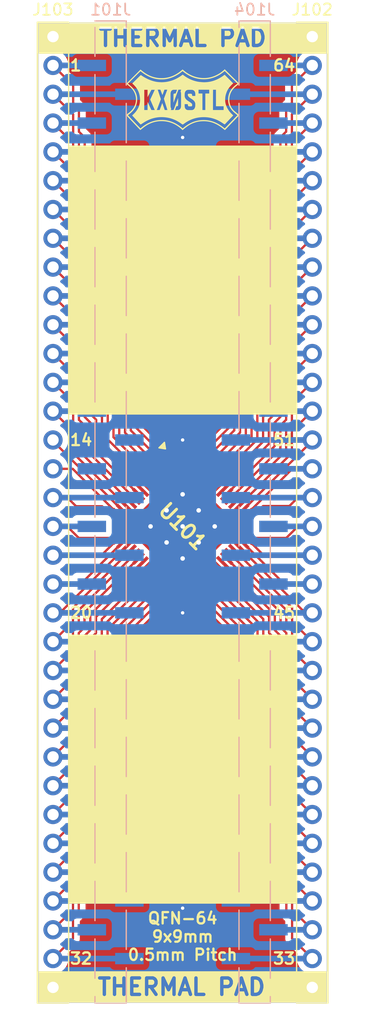
<source format=kicad_pcb>
(kicad_pcb (version 20241229) (generator "pcbnew") (generator_version "9.0")
  (layers (0 "F.Cu" signal) (2 "B.Cu" signal) (13 "F.Paste" user) (15 "B.Paste" user) (5 "F.SilkS" user "F.Silkscreen") (7 "B.SilkS" user "B.Silkscreen") (1 "F.Mask" user) (3 "B.Mask" user) (25 "Edge.Cuts" user))
  (net 0 "")
  (net 1 "/10")
  (net 2 "/3")
  (net 3 "/6")
  (net 4 "/8")
  (net 5 "/1")
  (net 6 "/7")
  (net 7 "/2")
  (net 8 "/19")
  (net 9 "/20")
  (net 10 "/18")
  (net 11 "/9")
  (net 12 "/14")
  (net 13 "/21")
  (net 14 "/16")
  (net 15 "/15")
  (net 16 "/17")
  (net 17 "/5")
  (net 18 "/4")
  (net 19 "/13")
  (net 20 "/12")
  (net 21 "/11")
  (net 22 "/32")
  (net 23 "/30")
  (net 24 "/29")
  (net 25 "/65")
  (net 26 "/24")
  (net 27 "/27")
  (net 28 "/28")
  (net 29 "/31")
  (net 30 "/26")
  (net 31 "/25")
  (net 32 "/22")
  (net 33 "/23")
  (net 34 "/45")
  (net 35 "/60")
  (net 36 "/47")
  (net 37 "/38")
  (net 38 "/55")
  (net 39 "/46")
  (net 40 "/36")
  (net 41 "/52")
  (net 42 "/33")
  (net 43 "/62")
  (net 44 "/37")
  (net 45 "/56")
  (net 46 "/42")
  (net 47 "/40")
  (net 48 "/48")
  (net 49 "/39")
  (net 50 "/50")
  (net 51 "/43")
  (net 52 "/64")
  (net 53 "/44")
  (net 54 "/63")
  (net 55 "/53")
  (net 56 "/59")
  (net 57 "/49")
  (net 58 "/61")
  (net 59 "/41")
  (net 60 "/51")
  (net 61 "/34")
  (net 62 "/54")
  (net 63 "/58")
  (net 64 "/57")
  (net 65 "/35")
  (footprint "libraries:QFN50P900X900X80-65N-D" (layer "F.Cu") (at 121.412 122.936 -45)
    (property "Reference" "U101")
    (property "Value" "QFN-64" (hide yes))
  )
  (footprint "Connector_PinHeader_2.54mm:PinHeader_1x34_P2.54mm_Vertical" (layer "F.Cu") (at 109.982 79.756)
    (property "Reference" "J103")
    (property "Value" "Conn_01x12")
  )
  (footprint "libraries:Logo_10mm_inv" (layer "F.Cu") (at 121.412 85.316561)
    (property "Reference" "G***" (hide yes))
    (property "Value" "LOGO" (hide yes))
  )
  (footprint "Connector_PinHeader_2.54mm:PinHeader_1x34_P2.54mm_Vertical" (layer "F.Cu") (at 132.842 79.756)
    (property "Reference" "J102")
    (property "Value" "Conn_01x12")
  )
  (footprint "Connector_PinHeader_2.54mm:PinHeader_1x34_P2.54mm_Vertical_SMD_Pin1Left" (layer "B.Cu") (at 115.062 121.666 180)
    (property "Reference" "J101")
    (property "Value" "Conn_01x12")
  )
  (footprint "Connector_PinHeader_2.54mm:PinHeader_1x34_P2.54mm_Vertical_SMD_Pin1Right" (layer "B.Cu") (at 127.762 121.666 180)
    (property "Reference" "J104")
    (property "Value" "Conn_01x12")
  )
  (gr_rect (start 108.610375 162.20415) (end 113.808875 164.8714) (stroke (width 0.1)) (fill yes) (layer "F.SilkS"))
  (gr_rect (start 111.379 89.408) (end 131.445 113.03) (stroke (width 0.1)) (fill yes) (layer "F.SilkS"))
  (gr_rect (start 108.712 78.549375) (end 113.9105 81.216625) (stroke (width 0.1)) (fill yes) (layer "F.SilkS"))
  (gr_rect (start 113.538 78.549375) (end 128.95575 78.777975) (stroke (width 0.1)) (fill yes) (layer "F.SilkS"))
  (gr_rect (start 128.706125 162.20415) (end 134.234625 164.8714) (stroke (width 0.1)) (fill yes) (layer "F.SilkS"))
  (gr_rect (start 113.36025 80.810225) (end 129.667 81.216625) (stroke (width 0.1)) (fill yes) (layer "F.SilkS"))
  (gr_rect (start 111.379 132.5245) (end 131.445 156.1465) (stroke (width 0.1)) (fill yes) (layer "F.SilkS"))
  (gr_rect (start 113.436375 162.20415) (end 128.854125 162.43275) (stroke (width 0.1)) (fill yes) (layer "F.SilkS"))
  (gr_rect (start 128.80775 78.549375) (end 134.20925 81.216625) (stroke (width 0.1)) (fill yes) (layer "F.SilkS"))
  (gr_rect (start 113.258625 164.465) (end 129.565375 164.8714) (stroke (width 0.1)) (fill yes) (layer "F.SilkS"))
  (gr_rect (start 108.712 78.56623) (end 134.112 164.92623) (stroke (width 0.05)) (fill no) (layer "Edge.Cuts"))
  (gr_text "14" (at 111.379 115.316 0) (layer "F.SilkS") (effects (font (size 1 1) (thickness 0.2) (bold yes)) (justify left)))
  (gr_text "64" (at 131.445 82.296 0) (layer "F.SilkS") (effects (font (size 1 1) (thickness 0.2) (bold yes)) (justify right)))
  (gr_text "20" (at 111.379 130.556 0) (layer "F.SilkS") (effects (font (size 1 1) (thickness 0.2) (bold yes)) (justify left)))
  (gr_text "THERMAL PAD" (at 121.412 79.883 0) (layer "F.SilkS" knockout) (effects (font (size 1.45 1.45) (thickness 0.3))))
  (gr_text "1" (at 111.379 82.296 0) (layer "F.SilkS") (effects (font (size 1 1) (thickness 0.2) (bold yes)) (justify left)))
  (gr_text "THERMAL PAD" (at 121.310375 163.537775 0) (layer "F.SilkS" knockout) (effects (font (size 1.45 1.45) (thickness 0.3))))
  (gr_text "51" (at 131.445 115.316 0) (layer "F.SilkS") (effects (font (size 1 1) (thickness 0.2) (bold yes)) (justify right)))
  (gr_text "QFN-64\n9x9mm\n0.5mm Pitch" (at 121.412 161.29 0) (layer "F.SilkS") (effects (font (size 1 1) (thickness 0.2) (bold yes)) (justify bottom)))
  (gr_text "45" (at 131.445 130.556 0) (layer "F.SilkS") (effects (font (size 1 1) (thickness 0.2) (bold yes)) (justify right)))
  (gr_text "33" (at 131.445 161.036 0) (layer "F.SilkS") (effects (font (size 1 1) (thickness 0.2) (bold yes)) (justify right)))
  (gr_text "32" (at 111.379 161.036 0) (layer "F.SilkS") (effects (font (size 1 1) (thickness 0.2) (bold yes)) (justify left)))
  (segment (start 112.776 111.506) (end 112.268 110.998) (width 0.2) (layer "F.Cu") (net 1))
  (segment (start 111.76 108.712) (end 111.76 106.934) (width 0.2) (layer "F.Cu") (net 1))
  (segment (start 113.284 113.792) (end 112.776 113.284) (width 0.2) (layer "F.Cu") (net 1))
  (segment (start 113.284 115.86866) (end 113.284 113.792) (width 0.2) (layer "F.Cu") (net 1))
  (segment (start 112.268 110.998) (end 112.268 109.22) (width 0.2) (layer "F.Cu") (net 1))
  (segment (start 112.776 113.284) (end 112.776 111.506) (width 0.2) (layer "F.Cu") (net 1))
  (segment (start 112.268 109.22) (end 111.76 108.712) (width 0.2) (layer "F.Cu") (net 1))
  (segment (start 117.735045 120.319705) (end 113.284 115.86866) (width 0.2) (layer "F.Cu") (net 1))
  (segment (start 111.76 106.934) (end 109.982 105.156) (width 0.2) (layer "F.Cu") (net 1))
  (segment (start 116.717 105.156) (end 109.982 105.156) (width 0.5) (layer "B.Cu") (net 1))
  (segment (start 114.3 100.584) (end 113.792 100.076) (width 0.2) (layer "F.Cu") (net 2))
  (segment (start 114.3 102.362) (end 114.3 100.584) (width 0.2) (layer "F.Cu") (net 2))
  (segment (start 120.209918 117.844831) (end 116.84 114.474913) (width 0.2) (layer "F.Cu") (net 2))
  (segment (start 116.332 111.506) (end 116.332 109.728) (width 0.2) (layer "F.Cu") (net 2))
  (segment (start 111.76 90.932) (end 111.76 89.154) (width 0.2) (layer "F.Cu") (net 2))
  (segment (start 116.84 112.014) (end 116.332 111.506) (width 0.2) (layer "F.Cu") (net 2))
  (segment (start 112.268 93.218) (end 112.268 91.44) (width 0.2) (layer "F.Cu") (net 2))
  (segment (start 116.332 109.728) (end 115.824 109.22) (width 0.2) (layer "F.Cu") (net 2))
  (segment (start 112.776 93.726) (end 112.268 93.218) (width 0.2) (layer "F.Cu") (net 2))
  (segment (start 112.776 95.504) (end 112.776 93.726) (width 0.2) (layer "F.Cu") (net 2))
  (segment (start 113.284 97.79) (end 113.284 96.012) (width 0.2) (layer "F.Cu") (net 2))
  (segment (start 115.316 106.934) (end 115.316 105.156) (width 0.2) (layer "F.Cu") (net 2))
  (segment (start 115.316 105.156) (end 114.808 104.648) (width 0.2) (layer "F.Cu") (net 2))
  (segment (start 115.824 109.22) (end 115.824 107.442) (width 0.2) (layer "F.Cu") (net 2))
  (segment (start 111.76 89.154) (end 109.982 87.376) (width 0.2) (layer "F.Cu") (net 2))
  (segment (start 114.808 104.648) (end 114.808 102.87) (width 0.2) (layer "F.Cu") (net 2))
  (segment (start 115.824 107.442) (end 115.316 106.934) (width 0.2) (layer "F.Cu") (net 2))
  (segment (start 112.268 91.44) (end 111.76 90.932) (width 0.2) (layer "F.Cu") (net 2))
  (segment (start 113.792 98.298) (end 113.284 97.79) (width 0.2) (layer "F.Cu") (net 2))
  (segment (start 113.792 100.076) (end 113.792 98.298) (width 0.2) (layer "F.Cu") (net 2))
  (segment (start 114.808 102.87) (end 114.3 102.362) (width 0.2) (layer "F.Cu") (net 2))
  (segment (start 113.284 96.012) (end 112.776 95.504) (width 0.2) (layer "F.Cu") (net 2))
  (segment (start 116.84 114.474913) (end 116.84 112.014) (width 0.2) (layer "F.Cu") (net 2))
  (segment (start 109.982 87.376) (end 113.407 87.376) (width 0.5) (layer "B.Cu") (net 2))
  (segment (start 112.268 99.06) (end 111.76 98.552) (width 0.2) (layer "F.Cu") (net 3))
  (segment (start 114.808 112.268) (end 114.808 110.49) (width 0.2) (layer "F.Cu") (net 3))
  (segment (start 112.776 101.346) (end 112.268 100.838) (width 0.2) (layer "F.Cu") (net 3))
  (segment (start 111.76 98.552) (end 111.76 96.774) (width 0.2) (layer "F.Cu") (net 3))
  (segment (start 113.284 105.41) (end 113.284 103.632) (width 0.2) (layer "F.Cu") (net 3))
  (segment (start 113.792 107.696) (end 113.792 105.918) (width 0.2) (layer "F.Cu") (net 3))
  (segment (start 115.316 112.776) (end 114.808 112.268) (width 0.2) (layer "F.Cu") (net 3))
  (segment (start 111.76 96.774) (end 109.982 94.996) (width 0.2) (layer "F.Cu") (net 3))
  (segment (start 113.792 105.918) (end 113.284 105.41) (width 0.2) (layer "F.Cu") (net 3))
  (segment (start 114.808 110.49) (end 114.3 109.982) (width 0.2) (layer "F.Cu") (net 3))
  (segment (start 112.776 103.124) (end 112.776 101.346) (width 0.2) (layer "F.Cu") (net 3))
  (segment (start 114.3 109.982) (end 114.3 108.204) (width 0.2) (layer "F.Cu") (net 3))
  (segment (start 115.316 115.072233) (end 115.316 112.776) (width 0.2) (layer "F.Cu") (net 3))
  (segment (start 114.3 108.204) (end 113.792 107.696) (width 0.2) (layer "F.Cu") (net 3))
  (segment (start 112.268 100.838) (end 112.268 99.06) (width 0.2) (layer "F.Cu") (net 3))
  (segment (start 119.149258 118.905491) (end 115.316 115.072233) (width 0.2) (layer "F.Cu") (net 3))
  (segment (start 113.284 103.632) (end 112.776 103.124) (width 0.2) (layer "F.Cu") (net 3))
  (segment (start 116.717 94.996) (end 109.982 94.996) (width 0.5) (layer "B.Cu") (net 3))
  (segment (start 114.3 115.470446) (end 114.3 113.284) (width 0.2) (layer "F.Cu") (net 4))
  (segment (start 114.3 113.284) (end 113.792 112.776) (width 0.2) (layer "F.Cu") (net 4))
  (segment (start 112.776 108.204) (end 112.776 106.426) (width 0.2) (layer "F.Cu") (net 4))
  (segment (start 113.792 112.776) (end 113.792 110.998) (width 0.2) (layer "F.Cu") (net 4))
  (segment (start 111.76 103.632) (end 111.76 101.854) (width 0.2) (layer "F.Cu") (net 4))
  (segment (start 113.284 110.49) (end 113.284 108.712) (width 0.2) (layer "F.Cu") (net 4))
  (segment (start 112.268 105.918) (end 112.268 104.14) (width 0.2) (layer "F.Cu") (net 4))
  (segment (start 112.268 104.14) (end 111.76 103.632) (width 0.2) (layer "F.Cu") (net 4))
  (segment (start 111.76 101.854) (end 109.982 100.076) (width 0.2) (layer "F.Cu") (net 4))
  (segment (start 113.284 108.712) (end 112.776 108.204) (width 0.2) (layer "F.Cu") (net 4))
  (segment (start 118.442152 119.612598) (end 114.3 115.470446) (width 0.2) (layer "F.Cu") (net 4))
  (segment (start 113.792 110.998) (end 113.284 110.49) (width 0.2) (layer "F.Cu") (net 4))
  (segment (start 112.776 106.426) (end 112.268 105.918) (width 0.2) (layer "F.Cu") (net 4))
  (segment (start 116.717 100.076) (end 109.982 100.076) (width 0.5) (layer "B.Cu") (net 4))
  (segment (start 115.316 100.076) (end 114.808 99.568) (width 0.2) (layer "F.Cu") (net 5))
  (segment (start 111.76 84.074) (end 109.982 82.296) (width 0.2) (layer "F.Cu") (net 5))
  (segment (start 117.856 111.506) (end 117.348 110.998) (width 0.2) (layer "F.Cu") (net 5))
  (segment (start 114.808 99.568) (end 114.808 97.79) (width 0.2) (layer "F.Cu") (net 5))
  (segment (start 117.348 109.22) (end 116.84 108.712) (width 0.2) (layer "F.Cu") (net 5))
  (segment (start 114.808 97.79) (end 114.3 97.282) (width 0.2) (layer "F.Cu") (net 5))
  (segment (start 115.316 101.854) (end 115.316 100.076) (width 0.2) (layer "F.Cu") (net 5))
  (segment (start 116.84 106.934) (end 116.332 106.426) (width 0.2) (layer "F.Cu") (net 5))
  (segment (start 116.84 108.712) (end 116.84 106.934) (width 0.2) (layer "F.Cu") (net 5))
  (segment (start 113.284 90.932) (end 112.776 90.424) (width 0.2) (layer "F.Cu") (net 5))
  (segment (start 111.76 85.598) (end 111.76 84.074) (width 0.2) (layer "F.Cu") (net 5))
  (segment (start 115.824 104.14) (end 115.824 102.362) (width 0.2) (layer "F.Cu") (net 5))
  (segment (start 114.3 95.504) (end 113.792 94.996) (width 0.2) (layer "F.Cu") (net 5))
  (segment (start 117.348 110.998) (end 117.348 109.22) (width 0.2) (layer "F.Cu") (net 5))
  (segment (start 113.792 93.218) (end 113.284 92.71) (width 0.2) (layer "F.Cu") (net 5))
  (segment (start 120.917025 117.137724) (end 117.856 114.076699) (width 0.2) (layer "F.Cu") (net 5))
  (segment (start 113.792 94.996) (end 113.792 93.218) (width 0.2) (layer "F.Cu") (net 5))
  (segment (start 116.332 104.648) (end 115.824 104.14) (width 0.2) (layer "F.Cu") (net 5))
  (segment (start 114.3 97.282) (end 114.3 95.504) (width 0.2) (layer "F.Cu") (net 5))
  (segment (start 113.284 92.71) (end 113.284 90.932) (width 0.2) (layer "F.Cu") (net 5))
  (segment (start 117.856 114.076699) (end 117.856 111.506) (width 0.2) (layer "F.Cu") (net 5))
  (segment (start 112.268 88.138) (end 112.268 86.106) (width 0.2) (layer "F.Cu") (net 5))
  (segment (start 112.776 88.646) (end 112.268 88.138) (width 0.2) (layer "F.Cu") (net 5))
  (segment (start 112.776 90.424) (end 112.776 88.646) (width 0.2) (layer "F.Cu") (net 5))
  (segment (start 116.332 106.426) (end 116.332 104.648) (width 0.2) (layer "F.Cu") (net 5))
  (segment (start 115.824 102.362) (end 115.316 101.854) (width 0.2) (layer "F.Cu") (net 5))
  (segment (start 112.268 86.106) (end 111.76 85.598) (width 0.2) (layer "F.Cu") (net 5))
  (segment (start 109.982 82.296) (end 113.407 82.296) (width 0.5) (layer "B.Cu") (net 5))
  (segment (start 112.268 101.6) (end 111.76 101.092) (width 0.2) (layer "F.Cu") (net 6))
  (segment (start 113.792 110.236) (end 113.792 108.458) (width 0.2) (layer "F.Cu") (net 6))
  (segment (start 114.3 110.744) (end 113.792 110.236) (width 0.2) (layer "F.Cu") (net 6))
  (segment (start 114.3 112.522) (end 114.3 110.744) (width 0.2) (layer "F.Cu") (net 6))
  (segment (start 112.268 103.378) (end 112.268 101.6) (width 0.2) (layer "F.Cu") (net 6))
  (segment (start 113.284 107.95) (end 113.284 106.172) (width 0.2) (layer "F.Cu") (net 6))
  (segment (start 111.76 99.314) (end 109.982 97.536) (width 0.2) (layer "F.Cu") (net 6))
  (segment (start 118.795705 119.259045) (end 114.808 115.27134) (width 0.2) (layer "F.Cu") (net 6))
  (segment (start 111.76 101.092) (end 111.76 99.314) (width 0.2) (layer "F.Cu") (net 6))
  (segment (start 112.776 103.886) (end 112.268 103.378) (width 0.2) (layer "F.Cu") (net 6))
  (segment (start 113.284 106.172) (end 112.776 105.664) (width 0.2) (layer "F.Cu") (net 6))
  (segment (start 114.808 113.03) (end 114.3 112.522) (width 0.2) (layer "F.Cu") (net 6))
  (segment (start 114.808 115.27134) (end 114.808 113.03) (width 0.2) (layer "F.Cu") (net 6))
  (segment (start 113.792 108.458) (end 113.284 107.95) (width 0.2) (layer "F.Cu") (net 6))
  (segment (start 112.776 105.664) (end 112.776 103.886) (width 0.2) (layer "F.Cu") (net 6))
  (segment (start 109.982 97.536) (end 113.407 97.536) (width 0.5) (layer "B.Cu") (net 6))
  (segment (start 111.76 88.392) (end 111.76 86.614) (width 0.2) (layer "F.Cu") (net 7))
  (segment (start 112.268 90.678) (end 112.268 88.9) (width 0.2) (layer "F.Cu") (net 7))
  (segment (start 117.348 111.76) (end 116.84 111.252) (width 0.2) (layer "F.Cu") (net 7))
  (segment (start 115.316 102.616) (end 114.808 102.108) (width 0.2) (layer "F.Cu") (net 7))
  (segment (start 111.76 86.614) (end 109.982 84.836) (width 0.2) (layer "F.Cu") (net 7))
  (segment (start 117.348 114.275806) (end 117.348 111.76) (width 0.2) (layer "F.Cu") (net 7))
  (segment (start 115.824 104.902) (end 115.316 104.394) (width 0.2) (layer "F.Cu") (net 7))
  (segment (start 115.824 106.68) (end 115.824 104.902) (width 0.2) (layer "F.Cu") (net 7))
  (segment (start 116.332 107.188) (end 115.824 106.68) (width 0.2) (layer "F.Cu") (net 7))
  (segment (start 115.316 104.394) (end 115.316 102.616) (width 0.2) (layer "F.Cu") (net 7))
  (segment (start 114.808 100.33) (end 114.3 99.822) (width 0.2) (layer "F.Cu") (net 7))
  (segment (start 114.808 102.108) (end 114.808 100.33) (width 0.2) (layer "F.Cu") (net 7))
  (segment (start 112.776 91.186) (end 112.268 90.678) (width 0.2) (layer "F.Cu") (net 7))
  (segment (start 114.3 99.822) (end 114.3 98.044) (width 0.2) (layer "F.Cu") (net 7))
  (segment (start 116.332 108.966) (end 116.332 107.188) (width 0.2) (layer "F.Cu") (net 7))
  (segment (start 113.284 93.472) (end 112.776 92.964) (width 0.2) (layer "F.Cu") (net 7))
  (segment (start 120.563472 117.491278) (end 117.348 114.275806) (width 0.2) (layer "F.Cu") (net 7))
  (segment (start 112.268 88.9) (end 111.76 88.392) (width 0.2) (layer "F.Cu") (net 7))
  (segment (start 116.84 111.252) (end 116.84 109.474) (width 0.2) (layer "F.Cu") (net 7))
  (segment (start 116.84 109.474) (end 116.332 108.966) (width 0.2) (layer "F.Cu") (net 7))
  (segment (start 113.792 95.758) (end 113.284 95.25) (width 0.2) (layer "F.Cu") (net 7))
  (segment (start 112.776 92.964) (end 112.776 91.186) (width 0.2) (layer "F.Cu") (net 7))
  (segment (start 114.3 98.044) (end 113.792 97.536) (width 0.2) (layer "F.Cu") (net 7))
  (segment (start 113.284 95.25) (end 113.284 93.472) (width 0.2) (layer "F.Cu") (net 7))
  (segment (start 113.792 97.536) (end 113.792 95.758) (width 0.2) (layer "F.Cu") (net 7))
  (segment (start 116.717 84.836) (end 109.982 84.836) (width 0.5) (layer "B.Cu") (net 7))
  (segment (start 112.428034 128.018953) (end 109.967121 128.018953) (width 0.2) (layer "F.Cu") (net 8))
  (segment (start 116.305952 124.141035) (end 112.428034 128.018953) (width 0.2) (layer "F.Cu") (net 8))
  (segment (start 109.982 128.016) (end 113.407 128.016) (width 0.5) (layer "B.Cu") (net 8))
  (segment (start 116.659506 124.494588) (end 110.595141 130.558953) (width 0.2) (layer "F.Cu") (net 9))
  (segment (start 110.595141 130.558953) (end 109.967121 130.558953) (width 0.2) (layer "F.Cu") (net 9))
  (segment (start 116.717 130.556) (end 109.982 130.556) (width 0.5) (layer "B.Cu") (net 9))
  (segment (start 114.260927 125.478953) (end 109.967121 125.478953) (width 0.2) (layer "F.Cu") (net 10))
  (segment (start 115.952399 123.787481) (end 114.260927 125.478953) (width 0.2) (layer "F.Cu") (net 10))
  (segment (start 116.717 125.476) (end 109.982 125.476) (width 0.5) (layer "B.Cu") (net 10))
  (segment (start 111.76 106.172) (end 111.76 104.394) (width 0.2) (layer "F.Cu") (net 11))
  (segment (start 112.776 110.744) (end 112.776 108.966) (width 0.2) (layer "F.Cu") (net 11))
  (segment (start 112.776 108.966) (end 112.268 108.458) (width 0.2) (layer "F.Cu") (net 11))
  (segment (start 113.792 113.538) (end 113.284 113.03) (width 0.2) (layer "F.Cu") (net 11))
  (segment (start 113.284 113.03) (end 113.284 111.252) (width 0.2) (layer "F.Cu") (net 11))
  (segment (start 113.284 111.252) (end 112.776 110.744) (width 0.2) (layer "F.Cu") (net 11))
  (segment (start 113.792 115.669554) (end 113.792 113.538) (width 0.2) (layer "F.Cu") (net 11))
  (segment (start 112.268 106.68) (end 111.76 106.172) (width 0.2) (layer "F.Cu") (net 11))
  (segment (start 112.268 108.458) (end 112.268 106.68) (width 0.2) (layer "F.Cu") (net 11))
  (segment (start 111.76 104.394) (end 109.982 102.616) (width 0.2) (layer "F.Cu") (net 11))
  (segment (start 118.088598 119.966152) (end 113.792 115.669554) (width 0.2) (layer "F.Cu") (net 11))
  (segment (start 109.982 102.616) (end 113.407 102.616) (width 0.5) (layer "B.Cu") (net 11))
  (segment (start 116.305952 121.736871) (end 109.967121 115.39804) (width 0.2) (layer "F.Cu") (net 12))
  (segment (start 109.967121 115.39804) (end 109.967121 115.318953) (width 0.2) (layer "F.Cu") (net 12))
  (segment (start 111.745121 130.116079) (end 111.745121 131.320953) (width 0.2) (layer "F.Cu") (net 13))
  (segment (start 117.013059 124.848141) (end 111.745121 130.116079) (width 0.2) (layer "F.Cu") (net 13))
  (segment (start 111.745121 131.320953) (end 109.967121 133.098953) (width 0.2) (layer "F.Cu") (net 13))
  (segment (start 109.982 133.096) (end 113.407 133.096) (width 0.5) (layer "B.Cu") (net 13))
  (segment (start 111.254953 120.398953) (end 109.967121 120.398953) (width 0.2) (layer "F.Cu") (net 14))
  (segment (start 114.312867 121.158) (end 112.014 121.158) (width 0.2) (layer "F.Cu") (net 14))
  (segment (start 112.014 121.158) (end 111.254953 120.398953) (width 0.2) (layer "F.Cu") (net 14))
  (segment (start 115.598845 122.443978) (end 114.312867 121.158) (width 0.2) (layer "F.Cu") (net 14))
  (segment (start 116.717 120.396) (end 109.982 120.396) (width 0.5) (layer "B.Cu") (net 14))
  (segment (start 115.952399 122.090425) (end 111.720927 117.858953) (width 0.2) (layer "F.Cu") (net 15))
  (segment (start 111.720927 117.858953) (end 109.967121 117.858953) (width 0.2) (layer "F.Cu") (net 15))
  (segment (start 112.250168 123.952) (end 111.237121 122.938953) (width 0.2) (layer "F.Cu") (net 16))
  (segment (start 115.598845 123.433928) (end 115.080773 123.952) (width 0.2) (layer "F.Cu") (net 16))
  (segment (start 111.237121 122.938953) (end 109.967121 122.938953) (width 0.2) (layer "F.Cu") (net 16))
  (segment (start 115.080773 123.952) (end 112.250168 123.952) (width 0.2) (layer "F.Cu") (net 16))
  (segment (start 109.982 122.936) (end 113.407 122.936) (width 0.5) (layer "B.Cu") (net 16))
  (segment (start 111.76 94.234) (end 109.982 92.456) (width 0.2) (layer "F.Cu") (net 17))
  (segment (start 112.268 96.52) (end 111.76 96.012) (width 0.2) (layer "F.Cu") (net 17))
  (segment (start 113.284 102.87) (end 113.284 101.092) (width 0.2) (layer "F.Cu") (net 17))
  (segment (start 115.824 114.873126) (end 115.824 112.522) (width 0.2) (layer "F.Cu") (net 17))
  (segment (start 114.3 105.664) (end 113.792 105.156) (width 0.2) (layer "F.Cu") (net 17))
  (segment (start 111.76 96.012) (end 111.76 94.234) (width 0.2) (layer "F.Cu") (net 17))
  (segment (start 112.776 100.584) (end 112.776 98.806) (width 0.2) (layer "F.Cu") (net 17))
  (segment (start 113.792 103.378) (end 113.284 102.87) (width 0.2) (layer "F.Cu") (net 17))
  (segment (start 114.808 107.95) (end 114.3 107.442) (width 0.2) (layer "F.Cu") (net 17))
  (segment (start 119.502812 118.551938) (end 115.824 114.873126) (width 0.2) (layer "F.Cu") (net 17))
  (segment (start 113.792 105.156) (end 113.792 103.378) (width 0.2) (layer "F.Cu") (net 17))
  (segment (start 115.824 112.522) (end 115.316 112.014) (width 0.2) (layer "F.Cu") (net 17))
  (segment (start 114.3 107.442) (end 114.3 105.664) (width 0.2) (layer "F.Cu") (net 17))
  (segment (start 115.316 112.014) (end 115.316 110.236) (width 0.2) (layer "F.Cu") (net 17))
  (segment (start 112.268 98.298) (end 112.268 96.52) (width 0.2) (layer "F.Cu") (net 17))
  (segment (start 115.316 110.236) (end 114.808 109.728) (width 0.2) (layer "F.Cu") (net 17))
  (segment (start 112.776 98.806) (end 112.268 98.298) (width 0.2) (layer "F.Cu") (net 17))
  (segment (start 114.808 109.728) (end 114.808 107.95) (width 0.2) (layer "F.Cu") (net 17))
  (segment (start 113.284 101.092) (end 112.776 100.584) (width 0.2) (layer "F.Cu") (net 17))
  (segment (start 109.982 92.456) (end 113.407 92.456) (width 0.5) (layer "B.Cu") (net 17))
  (segment (start 114.808 105.41) (end 114.3 104.902) (width 0.2) (layer "F.Cu") (net 18))
  (segment (start 112.776 98.044) (end 112.776 96.266) (width 0.2) (layer "F.Cu") (net 18))
  (segment (start 113.284 98.552) (end 112.776 98.044) (width 0.2) (layer "F.Cu") (net 18))
  (segment (start 113.284 100.33) (end 113.284 98.552) (width 0.2) (layer "F.Cu") (net 18))
  (segment (start 111.76 93.472) (end 111.76 91.694) (width 0.2) (layer "F.Cu") (net 18))
  (segment (start 115.824 111.76) (end 115.824 109.982) (width 0.2) (layer "F.Cu") (net 18))
  (segment (start 116.332 112.268) (end 115.824 111.76) (width 0.2) (layer "F.Cu") (net 18))
  (segment (start 115.316 109.474) (end 115.316 107.696) (width 0.2) (layer "F.Cu") (net 18))
  (segment (start 114.3 103.124) (end 113.792 102.616) (width 0.2) (layer "F.Cu") (net 18))
  (segment (start 119.856365 118.198385) (end 116.332 114.67402) (width 0.2) (layer "F.Cu") (net 18))
  (segment (start 113.792 102.616) (end 113.792 100.838) (width 0.2) (layer "F.Cu") (net 18))
  (segment (start 112.776 96.266) (end 112.268 95.758) (width 0.2) (layer "F.Cu") (net 18))
  (segment (start 112.268 93.98) (end 111.76 93.472) (width 0.2) (layer "F.Cu") (net 18))
  (segment (start 116.332 114.67402) (end 116.332 112.268) (width 0.2) (layer "F.Cu") (net 18))
  (segment (start 114.808 107.188) (end 114.808 105.41) (width 0.2) (layer "F.Cu") (net 18))
  (segment (start 115.316 107.696) (end 114.808 107.188) (width 0.2) (layer "F.Cu") (net 18))
  (segment (start 115.824 109.982) (end 115.316 109.474) (width 0.2) (layer "F.Cu") (net 18))
  (segment (start 112.268 95.758) (end 112.268 93.98) (width 0.2) (layer "F.Cu") (net 18))
  (segment (start 113.792 100.838) (end 113.284 100.33) (width 0.2) (layer "F.Cu") (net 18))
  (segment (start 111.76 91.694) (end 109.982 89.916) (width 0.2) (layer "F.Cu") (net 18))
  (segment (start 114.3 104.902) (end 114.3 103.124) (width 0.2) (layer "F.Cu") (net 18))
  (segment (start 116.717 89.916) (end 109.982 89.916) (width 0.5) (layer "B.Cu") (net 18))
  (segment (start 116.674385 121.380365) (end 111.76 116.46598) (width 0.2) (layer "F.Cu") (net 19))
  (segment (start 111.76 116.46598) (end 111.76 114.554) (width 0.2) (layer "F.Cu") (net 19))
  (segment (start 111.76 114.554) (end 109.982 112.776) (width 0.2) (layer "F.Cu") (net 19))
  (segment (start 109.982 112.776) (end 113.407 112.776) (width 0.5) (layer "B.Cu") (net 19))
  (segment (start 112.268 116.266874) (end 112.268 114.3) (width 0.2) (layer "F.Cu") (net 20))
  (segment (start 111.76 112.014) (end 109.982 110.236) (width 0.2) (layer "F.Cu") (net 20))
  (segment (start 117.027938 121.026812) (end 112.268 116.266874) (width 0.2) (layer "F.Cu") (net 20))
  (segment (start 112.268 114.3) (end 111.76 113.792) (width 0.2) (layer "F.Cu") (net 20))
  (segment (start 111.76 113.792) (end 111.76 112.014) (width 0.2) (layer "F.Cu") (net 20))
  (segment (start 116.717 110.236) (end 109.982 110.236) (width 0.5) (layer "B.Cu") (net 20))
  (segment (start 112.268 113.538) (end 112.268 111.76) (width 0.2) (layer "F.Cu") (net 21))
  (segment (start 112.268 111.76) (end 111.76 111.252) (width 0.2) (layer "F.Cu") (net 21))
  (segment (start 112.776 114.046) (end 112.268 113.538) (width 0.2) (layer "F.Cu") (net 21))
  (segment (start 111.76 111.252) (end 111.76 109.474) (width 0.2) (layer "F.Cu") (net 21))
  (segment (start 117.381491 120.673258) (end 112.776 116.067767) (width 0.2) (layer "F.Cu") (net 21))
  (segment (start 111.76 109.474) (end 109.982 107.696) (width 0.2) (layer "F.Cu") (net 21))
  (segment (start 112.776 116.067767) (end 112.776 114.046) (width 0.2) (layer "F.Cu") (net 21))
  (segment (start 109.982 107.696) (end 113.407 107.696) (width 0.5) (layer "B.Cu") (net 21))
  (segment (start 112.253121 155.196953) (end 112.253121 156.974953) (width 0.2) (layer "F.Cu") (net 22))
  (segment (start 114.285121 147.830953) (end 113.777121 148.338953) (width 0.2) (layer "F.Cu") (net 22))
  (segment (start 116.825121 136.400953) (end 116.317121 136.908953) (width 0.2) (layer "F.Cu") (net 22))
  (segment (start 115.809121 140.972953) (end 115.301121 141.480953) (width 0.2) (layer "F.Cu") (net 22))
  (segment (start 115.301121 141.480953) (end 115.301121 143.004953) (width 0.2) (layer "F.Cu") (net 22))
  (segment (start 115.809121 139.194953) (end 115.809121 140.972953) (width 0.2) (layer "F.Cu") (net 22))
  (segment (start 112.761121 154.688953) (end 112.253121 155.196953) (width 0.2) (layer "F.Cu") (net 22))
  (segment (start 114.793121 145.544953) (end 114.285121 146.052953) (width 0.2) (layer "F.Cu") (net 22))
  (segment (start 112.761121 152.910953) (end 112.761121 154.688953) (width 0.2) (layer "F.Cu") (net 22))
  (segment (start 120.902146 128.737229) (end 117.333121 132.306254) (width 0.2) (layer "F.Cu") (net 22))
  (segment (start 111.745121 159.260953) (end 109.967121 161.038953) (width 0.2) (layer "F.Cu") (net 22))
  (segment (start 114.793121 143.512953) (end 114.793121 145.544953) (width 0.2) (layer "F.Cu") (net 22))
  (segment (start 114.285121 146.052953) (end 114.285121 147.830953) (width 0.2) (layer "F.Cu") (net 22))
  (segment (start 113.777121 148.338953) (end 113.777121 150.116953) (width 0.2) (layer "F.Cu") (net 22))
  (segment (start 116.825121 134.368953) (end 116.825121 136.400953) (width 0.2) (layer "F.Cu") (net 22))
  (segment (start 111.745121 157.482953) (end 111.745121 159.260953) (width 0.2) (layer "F.Cu") (net 22))
  (segment (start 117.333121 133.860953) (end 116.825121 134.368953) (width 0.2) (layer "F.Cu") (net 22))
  (segment (start 116.317121 136.908953) (end 116.317121 138.686953) (width 0.2) (layer "F.Cu") (net 22))
  (segment (start 112.253121 156.974953) (end 111.745121 157.482953) (width 0.2) (layer "F.Cu") (net 22))
  (segment (start 113.269121 152.402953) (end 112.761121 152.910953) (width 0.2) (layer "F.Cu") (net 22))
  (segment (start 113.777121 150.116953) (end 113.269121 150.624953) (width 0.2) (layer "F.Cu") (net 22))
  (segment (start 113.269121 150.624953) (end 113.269121 152.402953) (width 0.2) (layer "F.Cu") (net 22))
  (segment (start 116.317121 138.686953) (end 115.809121 139.194953) (width 0.2) (layer "F.Cu") (net 22))
  (segment (start 115.301121 143.004953) (end 114.793121 143.512953) (width 0.2) (layer "F.Cu") (net 22))
  (segment (start 117.333121 132.306254) (end 117.333121 133.860953) (width 0.2) (layer "F.Cu") (net 22))
  (segment (start 109.982 161.036) (end 116.717 161.036) (width 0.5) (layer "B.Cu") (net 22))
  (segment (start 114.793121 140.464953) (end 114.285121 140.972953) (width 0.2) (layer "F.Cu") (net 23))
  (segment (start 113.777121 145.036953) (end 113.269121 145.544953) (width 0.2) (layer "F.Cu") (net 23))
  (segment (start 112.761121 147.830953) (end 112.761121 149.608953) (width 0.2) (layer "F.Cu") (net 23))
  (segment (start 113.269121 147.322953) (end 112.761121 147.830953) (width 0.2) (layer "F.Cu") (net 23))
  (segment (start 111.745121 152.402953) (end 111.745121 154.180953) (width 0.2) (layer "F.Cu") (net 23))
  (segment (start 114.285121 142.554639) (end 113.777121 143.062639) (width 0.2) (layer "F.Cu") (net 23))
  (segment (start 113.269121 145.544953) (end 113.269121 147.322953) (width 0.2) (layer "F.Cu") (net 23))
  (segment (start 116.317121 133.352953) (end 115.809121 133.860953) (width 0.2) (layer "F.Cu") (net 23))
  (segment (start 113.777121 143.062639) (end 113.777121 145.036953) (width 0.2) (layer "F.Cu") (net 23))
  (segment (start 115.809121 135.892953) (end 115.301121 136.400953) (width 0.2) (layer "F.Cu") (net 23))
  (segment (start 116.317121 131.90804) (end 116.317121 133.352953) (width 0.2) (layer "F.Cu") (net 23))
  (segment (start 112.253121 151.894953) (end 111.745121 152.402953) (width 0.2) (layer "F.Cu") (net 23))
  (segment (start 120.195039 128.030122) (end 116.317121 131.90804) (width 0.2) (layer "F.Cu") (net 23))
  (segment (start 111.745121 154.180953) (end 109.967121 155.958953) (width 0.2) (layer "F.Cu") (net 23))
  (segment (start 115.809121 133.860953) (end 115.809121 135.892953) (width 0.2) (layer "F.Cu") (net 23))
  (segment (start 112.761121 149.608953) (end 112.253121 150.116953) (width 0.2) (layer "F.Cu") (net 23))
  (segment (start 114.285121 140.972953) (end 114.285121 142.554639) (width 0.2) (layer "F.Cu") (net 23))
  (segment (start 115.301121 136.400953) (end 115.301121 138.178953) (width 0.2) (layer "F.Cu") (net 23))
  (segment (start 115.301121 138.178953) (end 114.793121 138.686953) (width 0.2) (layer "F.Cu") (net 23))
  (segment (start 114.793121 138.686953) (end 114.793121 140.464953) (width 0.2) (layer "F.Cu") (net 23))
  (segment (start 112.253121 150.116953) (end 112.253121 151.894953) (width 0.2) (layer "F.Cu") (net 23))
  (segment (start 116.717 155.956) (end 109.982 155.956) (width 0.5) (layer "B.Cu") (net 23))
  (segment (start 112.253121 147.576953) (end 112.253121 149.354953) (width 0.2) (layer "F.Cu") (net 24))
  (segment (start 113.777121 140.718953) (end 113.777121 142.496953) (width 0.2) (layer "F.Cu") (net 24))
  (segment (start 115.809121 131.708933) (end 115.809121 133.098953) (width 0.2) (layer "F.Cu") (net 24))
  (segment (start 115.301121 133.606953) (end 115.301121 135.638953) (width 0.2) (layer "F.Cu") (net 24))
  (segment (start 111.745121 149.862953) (end 111.745121 151.640953) (width 0.2) (layer "F.Cu") (net 24))
  (segment (start 112.253121 149.354953) (end 111.745121 149.862953) (width 0.2) (layer "F.Cu") (net 24))
  (segment (start 113.269121 144.782953) (end 112.761121 145.290953) (width 0.2) (layer "F.Cu") (net 24))
  (segment (start 112.761121 145.290953) (end 112.761121 147.068953) (width 0.2) (layer "F.Cu") (net 24))
  (segment (start 114.285121 140.210953) (end 113.777121 140.718953) (width 0.2) (layer "F.Cu") (net 24))
  (segment (start 114.285121 138.432953) (end 114.285121 140.210953) (width 0.2) (layer "F.Cu") (net 24))
  (segment (start 119.841486 127.676568) (end 115.809121 131.708933) (width 0.2) (layer "F.Cu") (net 24))
  (segment (start 114.793121 137.924953) (end 114.285121 138.432953) (width 0.2) (layer "F.Cu") (net 24))
  (segment (start 115.809121 133.098953) (end 115.301121 133.606953) (width 0.2) (layer "F.Cu") (net 24))
  (segment (start 113.777121 142.496953) (end 113.269121 143.004953) (width 0.2) (layer "F.Cu") (net 24))
  (segment (start 114.793121 136.146953) (end 114.793121 137.924953) (width 0.2) (layer "F.Cu") (net 24))
  (segment (start 115.301121 135.638953) (end 114.793121 136.146953) (width 0.2) (layer "F.Cu") (net 24))
  (segment (start 111.745121 151.640953) (end 109.967121 153.418953) (width 0.2) (layer "F.Cu") (net 24))
  (segment (start 112.761121 147.068953) (end 112.253121 147.576953) (width 0.2) (layer "F.Cu") (net 24))
  (segment (start 113.269121 143.004953) (end 113.269121 144.782953) (width 0.2) (layer "F.Cu") (net 24))
  (segment (start 109.982 153.416) (end 113.407 153.416) (width 0.5) (layer "B.Cu") (net 24))
  (via (at 121.412 115.316) (size 0.6) (drill 0.3) (layers "F.Cu" "B.Cu") (net 25))
  (via (at 121.412 130.556) (size 0.6) (drill 0.3) (layers "F.Cu" "B.Cu") (net 25))
  (via (at 121.412 88.646) (size 0.6) (drill 0.3) (layers "F.Cu" "B.Cu") (net 25))
  (via (at 121.412 156.591) (size 0.6) (drill 0.3) (layers "F.Cu" "B.Cu") (net 25))
  (segment (start 109.982 79.756) (end 132.842 79.756) (width 0.5) (layer "B.Cu") (net 25))
  (segment (start 109.982 163.576) (end 132.842 163.576) (width 0.5) (layer "B.Cu") (net 25))
  (segment (start 112.253121 134.876953) (end 112.253121 136.654953) (width 0.2) (layer "F.Cu") (net 26))
  (segment (start 112.761121 134.368953) (end 112.253121 134.876953) (width 0.2) (layer "F.Cu") (net 26))
  (segment (start 111.745121 137.162953) (end 111.745121 138.940953) (width 0.2) (layer "F.Cu") (net 26))
  (segment (start 113.269121 132.082953) (end 112.761121 132.590953) (width 0.2) (layer "F.Cu") (net 26))
  (segment (start 118.073719 125.908801) (end 113.269121 130.713399) (width 0.2) (layer "F.Cu") (net 26))
  (segment (start 111.745121 138.940953) (end 109.967121 140.718953) (width 0.2) (layer "F.Cu") (net 26))
  (segment (start 113.269121 130.713399) (end 113.269121 132.082953) (width 0.2) (layer "F.Cu") (net 26))
  (segment (start 112.253121 136.654953) (end 111.745121 137.162953) (width 0.2) (layer "F.Cu") (net 26))
  (segment (start 112.761121 132.590953) (end 112.761121 134.368953) (width 0.2) (layer "F.Cu") (net 26))
  (segment (start 116.717 140.716) (end 109.982 140.716) (width 0.5) (layer "B.Cu") (net 26))
  (segment (start 111.745121 144.782953) (end 111.745121 146.560953) (width 0.2) (layer "F.Cu") (net 27))
  (segment (start 113.269121 139.702953) (end 112.761121 140.210953) (width 0.2) (layer "F.Cu") (net 27))
  (segment (start 112.761121 141.988953) (end 112.253121 142.496953) (width 0.2) (layer "F.Cu") (net 27))
  (segment (start 114.313964 133.127796) (end 114.313964 135.10211) (width 0.2) (layer "F.Cu") (net 27))
  (segment (start 114.793121 132.648639) (end 114.313964 133.127796) (width 0.2) (layer "F.Cu") (net 27))
  (segment (start 112.253121 142.496953) (end 112.253121 144.274953) (width 0.2) (layer "F.Cu") (net 27))
  (segment (start 119.134379 126.969462) (end 114.793121 131.31072) (width 0.2) (layer "F.Cu") (net 27))
  (segment (start 113.777121 135.638953) (end 113.777121 137.416953) (width 0.2) (layer "F.Cu") (net 27))
  (segment (start 114.313964 135.10211) (end 113.777121 135.638953) (width 0.2) (layer "F.Cu") (net 27))
  (segment (start 112.253121 144.274953) (end 111.745121 144.782953) (width 0.2) (layer "F.Cu") (net 27))
  (segment (start 112.761121 140.210953) (end 112.761121 141.988953) (width 0.2) (layer "F.Cu") (net 27))
  (segment (start 111.745121 146.560953) (end 109.967121 148.338953) (width 0.2) (layer "F.Cu") (net 27))
  (segment (start 113.777121 137.416953) (end 113.269121 137.924953) (width 0.2) (layer "F.Cu") (net 27))
  (segment (start 113.269121 137.924953) (end 113.269121 139.702953) (width 0.2) (layer "F.Cu") (net 27))
  (segment (start 114.793121 131.31072) (end 114.793121 132.648639) (width 0.2) (layer "F.Cu") (net 27))
  (segment (start 109.982 148.336) (end 113.407 148.336) (width 0.5) (layer "B.Cu") (net 27))
  (segment (start 112.761121 142.750953) (end 112.761121 144.528953) (width 0.2) (layer "F.Cu") (net 28))
  (segment (start 111.745121 149.100953) (end 109.967121 150.878953) (width 0.2) (layer "F.Cu") (net 28))
  (segment (start 115.301121 131.509827) (end 115.301121 132.844953) (width 0.2) (layer "F.Cu") (net 28))
  (segment (start 111.745121 147.322953) (end 111.745121 149.100953) (width 0.2) (layer "F.Cu") (net 28))
  (segment (start 119.487933 127.323015) (end 115.301121 131.509827) (width 0.2) (layer "F.Cu") (net 28))
  (segment (start 112.253121 145.036953) (end 112.253121 146.814953) (width 0.2) (layer "F.Cu") (net 28))
  (segment (start 114.285121 135.892953) (end 114.285121 137.670953) (width 0.2) (layer "F.Cu") (net 28))
  (segment (start 114.285121 137.670953) (end 113.777121 138.178953) (width 0.2) (layer "F.Cu") (net 28))
  (segment (start 113.777121 138.178953) (end 113.777121 139.956953) (width 0.2) (layer "F.Cu") (net 28))
  (segment (start 113.269121 140.464953) (end 113.269121 142.242953) (width 0.2) (layer "F.Cu") (net 28))
  (segment (start 112.253121 146.814953) (end 111.745121 147.322953) (width 0.2) (layer "F.Cu") (net 28))
  (segment (start 115.301121 132.844953) (end 114.793121 133.352953) (width 0.2) (layer "F.Cu") (net 28))
  (segment (start 112.761121 144.528953) (end 112.253121 145.036953) (width 0.2) (layer "F.Cu") (net 28))
  (segment (start 114.793121 135.384953) (end 114.285121 135.892953) (width 0.2) (layer "F.Cu") (net 28))
  (segment (start 113.777121 139.956953) (end 113.269121 140.464953) (width 0.2) (layer "F.Cu") (net 28))
  (segment (start 114.793121 133.352953) (end 114.793121 135.384953) (width 0.2) (layer "F.Cu") (net 28))
  (segment (start 113.269121 142.242953) (end 112.761121 142.750953) (width 0.2) (layer "F.Cu") (net 28))
  (segment (start 116.717 150.876) (end 109.982 150.876) (width 0.5) (layer "B.Cu") (net 28))
  (segment (start 120.548593 128.383675) (end 116.825121 132.107147) (width 0.2) (layer "F.Cu") (net 29))
  (segment (start 116.317121 134.114953) (end 116.317121 136.146953) (width 0.2) (layer "F.Cu") (net 29))
  (segment (start 113.269121 148.084953) (end 113.269121 149.862953) (width 0.2) (layer "F.Cu") (net 29))
  (segment (start 113.777121 147.576953) (end 113.269121 148.084953) (width 0.2) (layer "F.Cu") (net 29))
  (segment (start 115.301121 140.718953) (end 114.793121 141.226953) (width 0.2) (layer "F.Cu") (net 29))
  (segment (start 114.285121 143.258953) (end 114.285121 145.290953) (width 0.2) (layer "F.Cu") (net 29))
  (segment (start 112.761121 150.370953) (end 112.761121 152.148953) (width 0.2) (layer "F.Cu") (net 29))
  (segment (start 116.317121 136.146953) (end 115.809121 136.654953) (width 0.2) (layer "F.Cu") (net 29))
  (segment (start 113.777121 145.798953) (end 113.777121 147.576953) (width 0.2) (layer "F.Cu") (net 29))
  (segment (start 114.793121 141.226953) (end 114.793121 142.750953) (width 0.2) (layer "F.Cu") (net 29))
  (segment (start 114.285121 145.290953) (end 113.777121 145.798953) (width 0.2) (layer "F.Cu") (net 29))
  (segment (start 111.745121 156.720953) (end 109.967121 158.498953) (width 0.2) (layer "F.Cu") (net 29))
  (segment (start 114.793121 142.750953) (end 114.285121 143.258953) (width 0.2) (layer "F.Cu") (net 29))
  (segment (start 116.825121 132.107147) (end 116.825121 133.606953) (width 0.2) (layer "F.Cu") (net 29))
  (segment (start 112.253121 152.656953) (end 112.253121 154.434953) (width 0.2) (layer "F.Cu") (net 29))
  (segment (start 115.809121 136.654953) (end 115.809121 138.432953) (width 0.2) (layer "F.Cu") (net 29))
  (segment (start 115.301121 138.940953) (end 115.301121 140.718953) (width 0.2) (layer "F.Cu") (net 29))
  (segment (start 112.253121 154.434953) (end 111.745121 154.942953) (width 0.2) (layer "F.Cu") (net 29))
  (segment (start 115.809121 138.432953) (end 115.301121 138.940953) (width 0.2) (layer "F.Cu") (net 29))
  (segment (start 111.745121 154.942953) (end 111.745121 156.720953) (width 0.2) (layer "F.Cu") (net 29))
  (segment (start 116.825121 133.606953) (end 116.317121 134.114953) (width 0.2) (layer "F.Cu") (net 29))
  (segment (start 112.761121 152.148953) (end 112.253121 152.656953) (width 0.2) (layer "F.Cu") (net 29))
  (segment (start 113.269121 149.862953) (end 112.761121 150.370953) (width 0.2) (layer "F.Cu") (net 29))
  (segment (start 113.407 158.496) (end 109.982 158.496) (width 0.5) (layer "B.Cu") (net 29))
  (segment (start 114.285121 131.111613) (end 114.285121 132.590953) (width 0.2) (layer "F.Cu") (net 30))
  (segment (start 112.761121 139.448953) (end 112.253121 139.956953) (width 0.2) (layer "F.Cu") (net 30))
  (segment (start 112.253121 141.734953) (end 111.745121 142.242953) (width 0.2) (layer "F.Cu") (net 30))
  (segment (start 118.780826 126.615908) (end 114.285121 131.111613) (width 0.2) (layer "F.Cu") (net 30))
  (segment (start 113.777121 133.098953) (end 113.777121 134.876953) (width 0.2) (layer "F.Cu") (net 30))
  (segment (start 113.269121 137.162953) (end 112.761121 137.670953) (width 0.2) (layer "F.Cu") (net 30))
  (segment (start 111.745121 144.020953) (end 109.967121 145.798953) (width 0.2) (layer "F.Cu") (net 30))
  (segment (start 112.253121 139.956953) (end 112.253121 141.734953) (width 0.2) (layer "F.Cu") (net 30))
  (segment (start 114.285121 132.590953) (end 113.777121 133.098953) (width 0.2) (layer "F.Cu") (net 30))
  (segment (start 111.745121 142.242953) (end 111.745121 144.020953) (width 0.2) (layer "F.Cu") (net 30))
  (segment (start 112.761121 137.670953) (end 112.761121 139.448953) (width 0.2) (layer "F.Cu") (net 30))
  (segment (start 113.269121 135.384953) (end 113.269121 137.162953) (width 0.2) (layer "F.Cu") (net 30))
  (segment (start 113.777121 134.876953) (end 113.269121 135.384953) (width 0.2) (layer "F.Cu") (net 30))
  (segment (start 116.717 145.796) (end 109.982 145.796) (width 0.5) (layer "B.Cu") (net 30))
  (segment (start 118.427273 126.262355) (end 113.777121 130.912507) (width 0.2) (layer "F.Cu") (net 31))
  (segment (start 111.745121 139.702953) (end 111.745121 141.480953) (width 0.2) (layer "F.Cu") (net 31))
  (segment (start 113.777121 130.912507) (end 113.777121 132.336953) (width 0.2) (layer "F.Cu") (net 31))
  (segment (start 112.253121 139.194953) (end 111.745121 139.702953) (width 0.2) (layer "F.Cu") (net 31))
  (segment (start 111.745121 141.480953) (end 109.967121 143.258953) (width 0.2) (layer "F.Cu") (net 31))
  (segment (start 113.269121 134.622953) (end 112.761121 135.130953) (width 0.2) (layer "F.Cu") (net 31))
  (segment (start 112.761121 136.908953) (end 112.253121 137.416953) (width 0.2) (layer "F.Cu") (net 31))
  (segment (start 112.253121 137.416953) (end 112.253121 139.194953) (width 0.2) (layer "F.Cu") (net 31))
  (segment (start 112.761121 135.130953) (end 112.761121 136.908953) (width 0.2) (layer "F.Cu") (net 31))
  (segment (start 113.269121 132.844953) (end 113.269121 134.622953) (width 0.2) (layer "F.Cu") (net 31))
  (segment (start 113.777121 132.336953) (end 113.269121 132.844953) (width 0.2) (layer "F.Cu") (net 31))
  (segment (start 109.982 143.256) (end 113.407 143.256) (width 0.5) (layer "B.Cu") (net 31))
  (segment (start 112.253121 130.315186) (end 112.253121 131.574953) (width 0.2) (layer "F.Cu") (net 32))
  (segment (start 117.366612 125.201695) (end 112.253121 130.315186) (width 0.2) (layer "F.Cu") (net 32))
  (segment (start 111.745121 133.860953) (end 109.967121 135.638953) (width 0.2) (layer "F.Cu") (net 32))
  (segment (start 111.745121 132.082953) (end 111.745121 133.860953) (width 0.2) (layer "F.Cu") (net 32))
  (segment (start 112.253121 131.574953) (end 111.745121 132.082953) (width 0.2) (layer "F.Cu") (net 32))
  (segment (start 116.717 135.636) (end 109.982 135.636) (width 0.5) (layer "B.Cu") (net 32))
  (segment (start 111.745121 134.622953) (end 111.745121 136.400953) (width 0.2) (layer "F.Cu") (net 33))
  (segment (start 111.745121 136.400953) (end 109.967121 138.178953) (width 0.2) (layer "F.Cu") (net 33))
  (segment (start 112.761121 131.828953) (end 112.253121 132.336953) (width 0.2) (layer "F.Cu") (net 33))
  (segment (start 112.253121 134.114953) (end 111.745121 134.622953) (width 0.2) (layer "F.Cu") (net 33))
  (segment (start 112.253121 132.336953) (end 112.253121 134.114953) (width 0.2) (layer "F.Cu") (net 33))
  (segment (start 112.761121 130.514293) (end 112.761121 131.828953) (width 0.2) (layer "F.Cu") (net 33))
  (segment (start 117.720166 125.555248) (end 112.761121 130.514293) (width 0.2) (layer "F.Cu") (net 33))
  (segment (start 109.982 138.176) (end 113.407 138.176) (width 0.5) (layer "B.Cu") (net 33))
  (segment (start 132.21398 130.556) (end 132.842 130.556) (width 0.2) (layer "F.Cu") (net 34))
  (segment (start 126.149615 124.491635) (end 132.21398 130.556) (width 0.2) (layer "F.Cu") (net 34))
  (segment (start 126.107 130.556) (end 132.842 130.556) (width 0.5) (layer "B.Cu") (net 34))
  (segment (start 126.982772 112.515002) (end 127.490772 112.007002) (width 0.2) (layer "F.Cu") (net 35))
  (segment (start 129.522772 102.863002) (end 129.522772 101.085002) (width 0.2) (layer "F.Cu") (net 35))
  (segment (start 129.522772 101.085002) (end 130.030772 100.577002) (width 0.2) (layer "F.Cu") (net 35))
  (segment (start 131.046772 94.227002) (end 132.824772 92.449002) (width 0.2) (layer "F.Cu") (net 35))
  (segment (start 130.030772 100.577002) (end 130.030772 98.799002) (width 0.2) (layer "F.Cu") (net 35))
  (segment (start 129.014772 103.371002) (end 129.522772 102.863002) (width 0.2) (layer "F.Cu") (net 35))
  (segment (start 126.982772 114.866128) (end 126.982772 112.515002) (width 0.2) (layer "F.Cu") (net 35))
  (segment (start 128.506772 105.657002) (end 129.014772 105.149002) (width 0.2) (layer "F.Cu") (net 35))
  (segment (start 131.046772 96.005002) (end 131.046772 94.227002) (width 0.2) (layer "F.Cu") (net 35))
  (segment (start 127.998772 107.943002) (end 128.506772 107.435002) (width 0.2) (layer "F.Cu") (net 35))
  (segment (start 127.998772 109.721002) (end 127.998772 107.943002) (width 0.2) (layer "F.Cu") (net 35))
  (segment (start 129.014772 105.149002) (end 129.014772 103.371002) (width 0.2) (layer "F.Cu") (net 35))
  (segment (start 128.506772 107.435002) (end 128.506772 105.657002) (width 0.2) (layer "F.Cu") (net 35))
  (segment (start 130.538772 98.291002) (end 130.538772 96.513002) (width 0.2) (layer "F.Cu") (net 35))
  (segment (start 123.30396 118.54494) (end 126.982772 114.866128) (width 0.2) (layer "F.Cu") (net 35))
  (segment (start 127.490772 110.229002) (end 127.998772 109.721002) (width 0.2) (layer "F.Cu") (net 35))
  (segment (start 127.490772 112.007002) (end 127.490772 110.229002) (width 0.2) (layer "F.Cu") (net 35))
  (segment (start 130.030772 98.799002) (end 130.538772 98.291002) (width 0.2) (layer "F.Cu") (net 35))
  (segment (start 130.538772 96.513002) (end 131.046772 96.005002) (width 0.2) (layer "F.Cu") (net 35))
  (segment (start 129.417 92.456) (end 132.842 92.456) (width 0.5) (layer "B.Cu") (net 35))
  (segment (start 128.548194 125.476) (end 132.842 125.476) (width 0.2) (layer "F.Cu") (net 36))
  (segment (start 126.856722 123.784528) (end 128.548194 125.476) (width 0.2) (layer "F.Cu") (net 36))
  (segment (start 126.107 125.476) (end 132.842 125.476) (width 0.5) (layer "B.Cu") (net 36))
  (segment (start 129.54 139.7) (end 130.048 140.208) (width 0.2) (layer "F.Cu") (net 37))
  (segment (start 128.495157 135.099157) (end 129.032 135.636) (width 0.2) (layer "F.Cu") (net 37))
  (segment (start 128.016 132.645686) (end 128.495157 133.124843) (width 0.2) (layer "F.Cu") (net 37))
  (segment (start 129.032 135.636) (end 129.032 137.414) (width 0.2) (layer "F.Cu") (net 37))
  (segment (start 130.556 142.494) (end 130.556 144.272) (width 0.2) (layer "F.Cu") (net 37))
  (segment (start 131.064 144.78) (end 131.064 146.558) (width 0.2) (layer "F.Cu") (net 37))
  (segment (start 128.016 131.307767) (end 128.016 132.645686) (width 0.2) (layer "F.Cu") (net 37))
  (segment (start 130.048 141.986) (end 130.556 142.494) (width 0.2) (layer "F.Cu") (net 37))
  (segment (start 123.674742 126.966509) (end 128.016 131.307767) (width 0.2) (layer "F.Cu") (net 37))
  (segment (start 130.556 144.272) (end 131.064 144.78) (width 0.2) (layer "F.Cu") (net 37))
  (segment (start 131.064 146.558) (end 132.842 148.336) (width 0.2) (layer "F.Cu") (net 37))
  (segment (start 129.032 137.414) (end 129.54 137.922) (width 0.2) (layer "F.Cu") (net 37))
  (segment (start 128.495157 133.124843) (end 128.495157 135.099157) (width 0.2) (layer "F.Cu") (net 37))
  (segment (start 129.54 137.922) (end 129.54 139.7) (width 0.2) (layer "F.Cu") (net 37))
  (segment (start 130.048 140.208) (end 130.048 141.986) (width 0.2) (layer "F.Cu") (net 37))
  (segment (start 129.417 148.336) (end 132.842 148.336) (width 0.5) (layer "B.Cu") (net 37))
  (segment (start 130.030772 111.499002) (end 130.538772 110.991002) (width 0.2) (layer "F.Cu") (net 38))
  (segment (start 131.046772 108.705002) (end 131.046772 106.927002) (width 0.2) (layer "F.Cu") (net 38))
  (segment (start 129.522772 115.861662) (end 129.522772 113.785002) (width 0.2) (layer "F.Cu") (net 38))
  (segment (start 129.522772 113.785002) (end 130.030772 113.277002) (width 0.2) (layer "F.Cu") (net 38))
  (segment (start 130.538772 110.991002) (end 130.538772 109.213002) (width 0.2) (layer "F.Cu") (net 38))
  (segment (start 130.538772 109.213002) (end 131.046772 108.705002) (width 0.2) (layer "F.Cu") (net 38))
  (segment (start 131.046772 106.927002) (end 132.824772 105.149002) (width 0.2) (layer "F.Cu") (net 38))
  (segment (start 130.030772 113.277002) (end 130.030772 111.499002) (width 0.2) (layer "F.Cu") (net 38))
  (segment (start 125.071727 120.312707) (end 129.522772 115.861662) (width 0.2) (layer "F.Cu") (net 38))
  (segment (start 126.107 105.156) (end 132.842 105.156) (width 0.5) (layer "B.Cu") (net 38))
  (segment (start 130.381087 128.016) (end 132.842 128.016) (width 0.2) (layer "F.Cu") (net 39))
  (segment (start 126.503169 124.138082) (end 130.381087 128.016) (width 0.2) (layer "F.Cu") (net 39))
  (segment (start 129.417 128.016) (end 132.842 128.016) (width 0.5) (layer "B.Cu") (net 39))
  (segment (start 130.556 147.574) (end 130.556 149.352) (width 0.2) (layer "F.Cu") (net 40))
  (segment (start 127.508 133.604) (end 127.508 135.636) (width 0.2) (layer "F.Cu") (net 40))
  (segment (start 127 131.70598) (end 127 133.096) (width 0.2) (layer "F.Cu") (net 40))
  (segment (start 131.064 149.86) (end 131.064 151.638) (width 0.2) (layer "F.Cu") (net 40))
  (segment (start 129.54 143.002) (end 129.54 144.78) (width 0.2) (layer "F.Cu") (net 40))
  (segment (start 122.967635 127.673615) (end 127 131.70598) (width 0.2) (layer "F.Cu") (net 40))
  (segment (start 130.556 149.352) (end 131.064 149.86) (width 0.2) (layer "F.Cu") (net 40))
  (segment (start 130.048 145.288) (end 130.048 147.066) (width 0.2) (layer "F.Cu") (net 40))
  (segment (start 128.016 136.144) (end 128.016 137.922) (width 0.2) (layer "F.Cu") (net 40))
  (segment (start 127.508 135.636) (end 128.016 136.144) (width 0.2) (layer "F.Cu") (net 40))
  (segment (start 130.048 147.066) (end 130.556 147.574) (width 0.2) (layer "F.Cu") (net 40))
  (segment (start 129.54 144.78) (end 130.048 145.288) (width 0.2) (layer "F.Cu") (net 40))
  (segment (start 127 133.096) (end 127.508 133.604) (width 0.2) (layer "F.Cu") (net 40))
  (segment (start 129.032 140.716) (end 129.032 142.494) (width 0.2) (layer "F.Cu") (net 40))
  (segment (start 131.064 151.638) (end 132.842 153.416) (width 0.2) (layer "F.Cu") (net 40))
  (segment (start 128.524 138.43) (end 128.524 140.208) (width 0.2) (layer "F.Cu") (net 40))
  (segment (start 128.016 137.922) (end 128.524 138.43) (width 0.2) (layer "F.Cu") (net 40))
  (segment (start 128.524 140.208) (end 129.032 140.716) (width 0.2) (layer "F.Cu") (net 40))
  (segment (start 129.032 142.494) (end 129.54 143.002) (width 0.2) (layer "F.Cu") (net 40))
  (segment (start 129.417 153.416) (end 132.842 153.416) (width 0.5) (layer "B.Cu") (net 40))
  (segment (start 126.132387 121.373367) (end 131.046772 116.458982) (width 0.2) (layer "F.Cu") (net 41))
  (segment (start 131.046772 114.547002) (end 132.824772 112.769002) (width 0.2) (layer "F.Cu") (net 41))
  (segment (start 131.046772 116.458982) (end 131.046772 114.547002) (width 0.2) (layer "F.Cu") (net 41))
  (segment (start 129.417 112.776) (end 132.842 112.776) (width 0.5) (layer "B.Cu") (net 41))
  (segment (start 121.906975 128.734276) (end 125.476 132.303301) (width 0.2) (layer "F.Cu") (net 42))
  (segment (start 129.54 150.622) (end 129.54 152.4) (width 0.2) (layer "F.Cu") (net 42))
  (segment (start 129.032 148.336) (end 129.032 150.114) (width 0.2) (layer "F.Cu") (net 42))
  (segment (start 127 139.192) (end 127 140.97) (width 0.2) (layer "F.Cu") (net 42))
  (segment (start 129.032 150.114) (end 129.54 150.622) (width 0.2) (layer "F.Cu") (net 42))
  (segment (start 125.476 132.303301) (end 125.476 133.858) (width 0.2) (layer "F.Cu") (net 42))
  (segment (start 131.064 159.258) (end 132.842 161.036) (width 0.2) (layer "F.Cu") (net 42))
  (segment (start 131.064 157.48) (end 131.064 159.258) (width 0.2) (layer "F.Cu") (net 42))
  (segment (start 130.556 156.972) (end 131.064 157.48) (width 0.2) (layer "F.Cu") (net 42))
  (segment (start 128.016 145.542) (end 128.524 146.05) (width 0.2) (layer "F.Cu") (net 42))
  (segment (start 127 140.97) (end 127.508 141.478) (width 0.2) (layer "F.Cu") (net 42))
  (segment (start 125.476 133.858) (end 125.984 134.366) (width 0.2) (layer "F.Cu") (net 42))
  (segment (start 129.54 152.4) (end 130.048 152.908) (width 0.2) (layer "F.Cu") (net 42))
  (segment (start 127.508 141.478) (end 127.508 143.002) (width 0.2) (layer "F.Cu") (net 42))
  (segment (start 125.984 134.366) (end 125.984 136.398) (width 0.2) (layer "F.Cu") (net 42))
  (segment (start 127.508 143.002) (end 128.016 143.51) (width 0.2) (layer "F.Cu") (net 42))
  (segment (start 126.492 136.906) (end 126.492 138.684) (width 0.2) (layer "F.Cu") (net 42))
  (segment (start 126.492 138.684) (end 127 139.192) (width 0.2) (layer "F.Cu") (net 42))
  (segment (start 130.048 152.908) (end 130.048 154.686) (width 0.2) (layer "F.Cu") (net 42))
  (segment (start 130.556 155.194) (end 130.556 156.972) (width 0.2) (layer "F.Cu") (net 42))
  (segment (start 128.524 147.828) (end 129.032 148.336) (width 0.2) (layer "F.Cu") (net 42))
  (segment (start 130.048 154.686) (end 130.556 155.194) (width 0.2) (layer "F.Cu") (net 42))
  (segment (start 128.524 146.05) (end 128.524 147.828) (width 0.2) (layer "F.Cu") (net 42))
  (segment (start 128.016 143.51) (end 128.016 145.542) (width 0.2) (layer "F.Cu") (net 42))
  (segment (start 125.984 136.398) (end 126.492 136.906) (width 0.2) (layer "F.Cu") (net 42))
  (segment (start 126.107 161.036) (end 132.842 161.036) (width 0.5) (layer "B.Cu") (net 42))
  (segment (start 127.490772 105.149002) (end 127.998772 104.641002) (width 0.2) (layer "F.Cu") (net 43))
  (segment (start 131.046772 89.147002) (end 132.824772 87.369002) (width 0.2) (layer "F.Cu") (net 43))
  (segment (start 122.596854 117.837833) (end 125.966772 114.467915) (width 0.2) (layer "F.Cu") (net 43))
  (segment (start 126.982772 109.213002) (end 126.982772 107.435002) (width 0.2) (layer "F.Cu") (net 43))
  (segment (start 129.014772 100.069002) (end 129.014772 98.291002) (width 0.2) (layer "F.Cu") (net 43))
  (segment (start 126.982772 107.435002) (end 127.490772 106.927002) (width 0.2) (layer "F.Cu") (net 43))
  (segment (start 130.538772 93.211002) (end 130.538772 91.433002) (width 0.2) (layer "F.Cu") (net 43))
  (segment (start 126.474772 109.721002) (end 126.982772 109.213002) (width 0.2) (layer "F.Cu") (net 43))
  (segment (start 130.538772 91.433002) (end 131.046772 90.925002) (width 0.2) (layer "F.Cu") (net 43))
  (segment (start 128.506772 100.577002) (end 129.014772 100.069002) (width 0.2) (layer "F.Cu") (net 43))
  (segment (start 125.966772 114.467915) (end 125.966772 112.007002) (width 0.2) (layer "F.Cu") (net 43))
  (segment (start 125.966772 112.007002) (end 126.474772 111.499002) (width 0.2) (layer "F.Cu") (net 43))
  (segment (start 127.998772 104.641002) (end 127.998772 102.863002) (width 0.2) (layer "F.Cu") (net 43))
  (segment (start 127.998772 102.863002) (end 128.506772 102.355002) (width 0.2) (layer "F.Cu") (net 43))
  (segment (start 128.506772 102.355002) (end 128.506772 100.577002) (width 0.2) (layer "F.Cu") (net 43))
  (segment (start 126.474772 111.499002) (end 126.474772 109.721002) (width 0.2) (layer "F.Cu") (net 43))
  (segment (start 129.522772 97.783002) (end 129.522772 96.005002) (width 0.2) (layer "F.Cu") (net 43))
  (segment (start 129.014772 98.291002) (end 129.522772 97.783002) (width 0.2) (layer "F.Cu") (net 43))
  (segment (start 131.046772 90.925002) (end 131.046772 89.147002) (width 0.2) (layer "F.Cu") (net 43))
  (segment (start 129.522772 96.005002) (end 130.030772 95.497002) (width 0.2) (layer "F.Cu") (net 43))
  (segment (start 130.030772 93.719002) (end 130.538772 93.211002) (width 0.2) (layer "F.Cu") (net 43))
  (segment (start 130.030772 95.497002) (end 130.030772 93.719002) (width 0.2) (layer "F.Cu") (net 43))
  (segment (start 127.490772 106.927002) (end 127.490772 105.149002) (width 0.2) (layer "F.Cu") (net 43))
  (segment (start 129.417 87.376) (end 132.842 87.376) (width 0.5) (layer "B.Cu") (net 43))
  (segment (start 127.508 131.506874) (end 127.508 132.842) (width 0.2) (layer "F.Cu") (net 44))
  (segment (start 128.016 135.382) (end 128.524 135.89) (width 0.2) (layer "F.Cu") (net 44))
  (segment (start 127.508 132.842) (end 128.016 133.35) (width 0.2) (layer "F.Cu") (net 44))
  (segment (start 130.048 142.748) (end 130.048 144.526) (width 0.2) (layer "F.Cu") (net 44))
  (segment (start 129.032 138.176) (end 129.032 139.954) (width 0.2) (layer "F.Cu") (net 44))
  (segment (start 128.524 137.668) (end 129.032 138.176) (width 0.2) (layer "F.Cu") (net 44))
  (segment (start 128.016 133.35) (end 128.016 135.382) (width 0.2) (layer "F.Cu") (net 44))
  (segment (start 128.524 135.89) (end 128.524 137.668) (width 0.2) (layer "F.Cu") (net 44))
  (segment (start 123.321188 127.320062) (end 127.508 131.506874) (width 0.2) (layer "F.Cu") (net 44))
  (segment (start 129.032 139.954) (end 129.54 140.462) (width 0.2) (layer "F.Cu") (net 44))
  (segment (start 131.064 149.098) (end 132.842 150.876) (width 0.2) (layer "F.Cu") (net 44))
  (segment (start 131.064 147.32) (end 131.064 149.098) (width 0.2) (layer "F.Cu") (net 44))
  (segment (start 129.54 142.24) (end 130.048 142.748) (width 0.2) (layer "F.Cu") (net 44))
  (segment (start 130.556 145.034) (end 130.556 146.812) (width 0.2) (layer "F.Cu") (net 44))
  (segment (start 129.54 140.462) (end 129.54 142.24) (width 0.2) (layer "F.Cu") (net 44))
  (segment (start 130.556 146.812) (end 131.064 147.32) (width 0.2) (layer "F.Cu") (net 44))
  (segment (start 130.048 144.526) (end 130.556 145.034) (width 0.2) (layer "F.Cu") (net 44))
  (segment (start 126.107 150.876) (end 132.842 150.876) (width 0.5) (layer "B.Cu") (net 44))
  (segment (start 130.538772 106.673002) (end 131.046772 106.165002) (width 0.2) (layer "F.Cu") (net 45))
  (segment (start 131.046772 104.387002) (end 132.824772 102.609002) (width 0.2) (layer "F.Cu") (net 45))
  (segment (start 131.046772 106.165002) (end 131.046772 104.387002) (width 0.2) (layer "F.Cu") (net 45))
  (segment (start 129.014772 115.662556) (end 129.014772 113.531002) (width 0.2) (layer "F.Cu") (net 45))
  (segment (start 129.522772 111.245002) (end 130.030772 110.737002) (width 0.2) (layer "F.Cu") (net 45))
  (segment (start 130.030772 110.737002) (end 130.030772 108.959002) (width 0.2) (layer "F.Cu") (net 45))
  (segment (start 129.522772 113.023002) (end 129.522772 111.245002) (width 0.2) (layer "F.Cu") (net 45))
  (segment (start 130.538772 108.451002) (end 130.538772 106.673002) (width 0.2) (layer "F.Cu") (net 45))
  (segment (start 130.030772 108.959002) (end 130.538772 108.451002) (width 0.2) (layer "F.Cu") (net 45))
  (segment (start 129.014772 113.531002) (end 129.522772 113.023002) (width 0.2) (layer "F.Cu") (net 45))
  (segment (start 124.718174 119.959154) (end 129.014772 115.662556) (width 0.2) (layer "F.Cu") (net 45))
  (segment (start 129.417 102.616) (end 132.842 102.616) (width 0.5) (layer "B.Cu") (net 45))
  (segment (start 130.048 130.51134) (end 130.048 131.826) (width 0.2) (layer "F.Cu") (net 46))
  (segment (start 131.064 134.62) (end 131.064 136.398) (width 0.2) (layer "F.Cu") (net 46))
  (segment (start 130.556 132.334) (end 130.556 134.112) (width 0.2) (layer "F.Cu") (net 46))
  (segment (start 130.556 134.112) (end 131.064 134.62) (width 0.2) (layer "F.Cu") (net 46))
  (segment (start 131.064 136.398) (end 132.842 138.176) (width 0.2) (layer "F.Cu") (net 46))
  (segment (start 130.048 131.826) (end 130.556 132.334) (width 0.2) (layer "F.Cu") (net 46))
  (segment (start 125.088955 125.552295) (end 130.048 130.51134) (width 0.2) (layer "F.Cu") (net 46))
  (segment (start 132.842 138.176) (end 129.417 138.176) (width 0.5) (layer "B.Cu") (net 46))
  (segment (start 130.048 135.128) (end 130.048 136.906) (width 0.2) (layer "F.Cu") (net 47))
  (segment (start 130.556 139.192) (end 131.064 139.7) (width 0.2) (layer "F.Cu") (net 47))
  (segment (start 131.064 139.7) (end 131.064 141.478) (width 0.2) (layer "F.Cu") (net 47))
  (segment (start 129.54 132.842) (end 129.54 134.62) (width 0.2) (layer "F.Cu") (net 47))
  (segment (start 129.032 132.334) (end 129.54 132.842) (width 0.2) (layer "F.Cu") (net 47))
  (segment (start 129.032 130.909554) (end 129.032 132.334) (width 0.2) (layer "F.Cu") (net 47))
  (segment (start 130.048 136.906) (end 130.556 137.414) (width 0.2) (layer "F.Cu") (net 47))
  (segment (start 130.556 137.414) (end 130.556 139.192) (width 0.2) (layer "F.Cu") (net 47))
  (segment (start 129.54 134.62) (end 130.048 135.128) (width 0.2) (layer "F.Cu") (net 47))
  (segment (start 131.064 141.478) (end 132.842 143.256) (width 0.2) (layer "F.Cu") (net 47))
  (segment (start 124.381848 126.259402) (end 129.032 130.909554) (width 0.2) (layer "F.Cu") (net 47))
  (segment (start 129.417 143.256) (end 132.842 143.256) (width 0.5) (layer "B.Cu") (net 47))
  (segment (start 127.731301 123.952) (end 130.556 123.952) (width 0.2) (layer "F.Cu") (net 48))
  (segment (start 130.556 123.952) (end 131.572 122.936) (width 0.2) (layer "F.Cu") (net 48))
  (segment (start 127.210276 123.430975) (end 127.731301 123.952) (width 0.2) (layer "F.Cu") (net 48))
  (segment (start 131.572 122.936) (end 132.842 122.936) (width 0.2) (layer "F.Cu") (net 48))
  (segment (start 129.417 122.936) (end 132.842 122.936) (width 0.5) (layer "B.Cu") (net 48))
  (segment (start 124.028295 126.612955) (end 128.524 131.10866) (width 0.2) (layer "F.Cu") (net 49))
  (segment (start 130.556 141.732) (end 131.064 142.24) (width 0.2) (layer "F.Cu") (net 49))
  (segment (start 128.524 132.588) (end 129.032 133.096) (width 0.2) (layer "F.Cu") (net 49))
  (segment (start 130.048 137.668) (end 130.048 139.446) (width 0.2) (layer "F.Cu") (net 49))
  (segment (start 128.524 131.10866) (end 128.524 132.588) (width 0.2) (layer "F.Cu") (net 49))
  (segment (start 130.048 139.446) (end 130.556 139.954) (width 0.2) (layer "F.Cu") (net 49))
  (segment (start 131.064 142.24) (end 131.064 144.018) (width 0.2) (layer "F.Cu") (net 49))
  (segment (start 129.54 137.16) (end 130.048 137.668) (width 0.2) (layer "F.Cu") (net 49))
  (segment (start 130.556 139.954) (end 130.556 141.732) (width 0.2) (layer "F.Cu") (net 49))
  (segment (start 129.54 135.382) (end 129.54 137.16) (width 0.2) (layer "F.Cu") (net 49))
  (segment (start 131.064 144.018) (end 132.842 145.796) (width 0.2) (layer "F.Cu") (net 49))
  (segment (start 129.032 133.096) (end 129.032 134.874) (width 0.2) (layer "F.Cu") (net 49))
  (segment (start 129.032 134.874) (end 129.54 135.382) (width 0.2) (layer "F.Cu") (net 49))
  (segment (start 126.107 145.796) (end 132.842 145.796) (width 0.5) (layer "B.Cu") (net 49))
  (segment (start 126.854373 122.083427) (end 131.085845 117.851955) (width 0.2) (layer "F.Cu") (net 50))
  (segment (start 131.085845 117.851955) (end 132.839651 117.851955) (width 0.2) (layer "F.Cu") (net 50))
  (segment (start 129.417 117.856) (end 132.842 117.856) (width 0.5) (layer "B.Cu") (net 50))
  (segment (start 131.064 133.858) (end 132.842 135.636) (width 0.2) (layer "F.Cu") (net 51))
  (segment (start 131.064 132.08) (end 131.064 133.858) (width 0.2) (layer "F.Cu") (net 51))
  (segment (start 125.442509 125.198742) (end 130.556 130.312233) (width 0.2) (layer "F.Cu") (net 51))
  (segment (start 130.556 131.572) (end 131.064 132.08) (width 0.2) (layer "F.Cu") (net 51))
  (segment (start 130.556 130.312233) (end 130.556 131.572) (width 0.2) (layer "F.Cu") (net 51))
  (segment (start 126.107 135.636) (end 132.842 135.636) (width 0.5) (layer "B.Cu") (net 51))
  (segment (start 126.474772 104.641002) (end 126.982772 104.133002) (width 0.2) (layer "F.Cu") (net 52))
  (segment (start 125.458772 109.213002) (end 125.966772 108.705002) (width 0.2) (layer "F.Cu") (net 52))
  (segment (start 130.030772 90.417002) (end 130.030772 88.639002) (width 0.2) (layer "F.Cu") (net 52))
  (segment (start 126.474772 106.419002) (end 126.474772 104.641002) (width 0.2) (layer "F.Cu") (net 52))
  (segment (start 127.998772 99.561002) (end 127.998772 97.783002) (width 0.2) (layer "F.Cu") (net 52))
  (segment (start 127.998772 97.783002) (end 128.506772 97.275002) (width 0.2) (layer "F.Cu") (net 52))
  (segment (start 129.522772 92.703002) (end 129.522772 90.925002) (width 0.2) (layer "F.Cu") (net 52))
  (segment (start 125.458772 110.991002) (end 125.458772 109.213002) (width 0.2) (layer "F.Cu") (net 52))
  (segment (start 127.490772 101.847002) (end 127.490772 100.069002) (width 0.2) (layer "F.Cu") (net 52))
  (segment (start 130.030772 88.639002) (end 130.538772 88.131002) (width 0.2) (layer "F.Cu") (net 52))
  (segment (start 125.966772 108.705002) (end 125.966772 106.927002) (width 0.2) (layer "F.Cu") (net 52))
  (segment (start 129.014772 93.211002) (end 129.522772 92.703002) (width 0.2) (layer "F.Cu") (net 52))
  (segment (start 127.490772 100.069002) (end 127.998772 99.561002) (width 0.2) (layer "F.Cu") (net 52))
  (segment (start 131.046772 85.591002) (end 131.046772 84.067002) (width 0.2) (layer "F.Cu") (net 52))
  (segment (start 130.538772 88.131002) (end 130.538772 86.099002) (width 0.2) (layer "F.Cu") (net 52))
  (segment (start 129.014772 94.989002) (end 129.014772 93.211002) (width 0.2) (layer "F.Cu") (net 52))
  (segment (start 126.982772 102.355002) (end 127.490772 101.847002) (width 0.2) (layer "F.Cu") (net 52))
  (segment (start 125.966772 106.927002) (end 126.474772 106.419002) (width 0.2) (layer "F.Cu") (net 52))
  (segment (start 124.950772 111.499002) (end 125.458772 110.991002) (width 0.2) (layer "F.Cu") (net 52))
  (segment (start 124.950772 114.069701) (end 124.950772 111.499002) (width 0.2) (layer "F.Cu") (net 52))
  (segment (start 121.889747 117.130726) (end 124.950772 114.069701) (width 0.2) (layer "F.Cu") (net 52))
  (segment (start 130.538772 86.099002) (end 131.046772 85.591002) (width 0.2) (layer "F.Cu") (net 52))
  (segment (start 129.522772 90.925002) (end 130.030772 90.417002) (width 0.2) (layer "F.Cu") (net 52))
  (segment (start 128.506772 95.497002) (end 129.014772 94.989002) (width 0.2) (layer "F.Cu") (net 52))
  (segment (start 126.982772 104.133002) (end 126.982772 102.355002) (width 0.2) (layer "F.Cu") (net 52))
  (segment (start 131.046772 84.067002) (end 132.824772 82.289002) (width 0.2) (layer "F.Cu") (net 52))
  (segment (start 128.506772 97.275002) (end 128.506772 95.497002) (width 0.2) (layer "F.Cu") (net 52))
  (segment (start 129.417 82.296) (end 132.842 82.296) (width 0.5) (layer "B.Cu") (net 52))
  (segment (start 131.064 131.318) (end 132.842 133.096) (width 0.2) (layer "F.Cu") (net 53))
  (segment (start 131.064 130.113126) (end 131.064 131.318) (width 0.2) (layer "F.Cu") (net 53))
  (segment (start 125.796062 124.845188) (end 131.064 130.113126) (width 0.2) (layer "F.Cu") (net 53))
  (segment (start 129.417 133.096) (end 132.842 133.096) (width 0.5) (layer "B.Cu") (net 53))
  (segment (start 127.998772 100.323002) (end 128.506772 99.815002) (width 0.2) (layer "F.Cu") (net 54))
  (segment (start 128.506772 99.815002) (end 128.506772 98.037002) (width 0.2) (layer "F.Cu") (net 54))
  (segment (start 125.966772 111.245002) (end 125.966772 109.467002) (width 0.2) (layer "F.Cu") (net 54))
  (segment (start 129.522772 95.243002) (end 129.522772 93.465002) (width 0.2) (layer "F.Cu") (net 54))
  (segment (start 129.522772 93.465002) (end 130.030772 92.957002) (width 0.2) (layer "F.Cu") (net 54))
  (segment (start 127.490772 102.609002) (end 127.998772 102.101002) (width 0.2) (layer "F.Cu") (net 54))
  (segment (start 131.046772 86.607002) (end 132.824772 84.829002) (width 0.2) (layer "F.Cu") (net 54))
  (segment (start 127.490772 104.387002) (end 127.490772 102.609002) (width 0.2) (layer "F.Cu") (net 54))
  (segment (start 130.538772 88.893002) (end 131.046772 88.385002) (width 0.2) (layer "F.Cu") (net 54))
  (segment (start 125.458772 114.268808) (end 125.458772 111.753002) (width 0.2) (layer "F.Cu") (net 54))
  (segment (start 130.030772 91.179002) (end 130.538772 90.671002) (width 0.2) (layer "F.Cu") (net 54))
  (segment (start 130.538772 90.671002) (end 130.538772 88.893002) (width 0.2) (layer "F.Cu") (net 54))
  (segment (start 126.982772 104.895002) (end 127.490772 104.387002) (width 0.2) (layer "F.Cu") (net 54))
  (segment (start 125.458772 111.753002) (end 125.966772 111.245002) (width 0.2) (layer "F.Cu") (net 54))
  (segment (start 125.966772 109.467002) (end 126.474772 108.959002) (width 0.2) (layer "F.Cu") (net 54))
  (segment (start 127.998772 102.101002) (end 127.998772 100.323002) (width 0.2) (layer "F.Cu") (net 54))
  (segment (start 129.014772 97.529002) (end 129.014772 95.751002) (width 0.2) (layer "F.Cu") (net 54))
  (segment (start 126.474772 107.181002) (end 126.982772 106.673002) (width 0.2) (layer "F.Cu") (net 54))
  (segment (start 126.982772 106.673002) (end 126.982772 104.895002) (width 0.2) (layer "F.Cu") (net 54))
  (segment (start 128.506772 98.037002) (end 129.014772 97.529002) (width 0.2) (layer "F.Cu") (net 54))
  (segment (start 122.2433 117.48428) (end 125.458772 114.268808) (width 0.2) (layer "F.Cu") (net 54))
  (segment (start 131.046772 88.385002) (end 131.046772 86.607002) (width 0.2) (layer "F.Cu") (net 54))
  (segment (start 129.014772 95.751002) (end 129.522772 95.243002) (width 0.2) (layer "F.Cu") (net 54))
  (segment (start 126.474772 108.959002) (end 126.474772 107.181002) (width 0.2) (layer "F.Cu") (net 54))
  (segment (start 130.030772 92.957002) (end 130.030772 91.179002) (width 0.2) (layer "F.Cu") (net 54))
  (segment (start 126.107 84.836) (end 132.842 84.836) (width 0.5) (layer "B.Cu") (net 54))
  (segment (start 130.538772 116.259876) (end 130.538772 114.293002) (width 0.2) (layer "F.Cu") (net 55))
  (segment (start 125.778834 121.019814) (end 130.538772 116.259876) (width 0.2) (layer "F.Cu") (net 55))
  (segment (start 131.046772 113.785002) (end 131.046772 112.007002) (width 0.2) (layer "F.Cu") (net 55))
  (segment (start 130.538772 114.293002) (end 131.046772 113.785002) (width 0.2) (layer "F.Cu") (net 55))
  (segment (start 131.046772 112.007002) (end 132.824772 110.229002) (width 0.2) (layer "F.Cu") (net 55))
  (segment (start 126.107 110.236) (end 132.842 110.236) (width 0.5) (layer "B.Cu") (net 55))
  (segment (start 131.046772 96.767002) (end 132.824772 94.989002) (width 0.2) (layer "F.Cu") (net 56))
  (segment (start 128.506772 108.197002) (end 129.014772 107.689002) (width 0.2) (layer "F.Cu") (net 56))
  (segment (start 128.506772 109.975002) (end 128.506772 108.197002) (width 0.2) (layer "F.Cu") (net 56))
  (segment (start 127.998772 110.483002) (end 128.506772 109.975002) (width 0.2) (layer "F.Cu") (net 56))
  (segment (start 129.014772 105.911002) (end 129.522772 105.403002) (width 0.2) (layer "F.Cu") (net 56))
  (segment (start 129.522772 105.403002) (end 129.522772 103.625002) (width 0.2) (layer "F.Cu") (net 56))
  (segment (start 130.538772 100.831002) (end 130.538772 99.053002) (width 0.2) (layer "F.Cu") (net 56))
  (segment (start 127.490772 112.769002) (end 127.998772 112.261002) (width 0.2) (layer "F.Cu") (net 56))
  (segment (start 127.490772 115.065235) (end 127.490772 112.769002) (width 0.2) (layer "F.Cu") (net 56))
  (segment (start 127.998772 112.261002) (end 127.998772 110.483002) (width 0.2) (layer "F.Cu") (net 56))
  (segment (start 129.522772 103.625002) (end 130.030772 103.117002) (width 0.2) (layer "F.Cu") (net 56))
  (segment (start 129.014772 107.689002) (end 129.014772 105.911002) (width 0.2) (layer "F.Cu") (net 56))
  (segment (start 130.538772 99.053002) (end 131.046772 98.545002) (width 0.2) (layer "F.Cu") (net 56))
  (segment (start 131.046772 98.545002) (end 131.046772 96.767002) (width 0.2) (layer "F.Cu") (net 56))
  (segment (start 130.030772 103.117002) (end 130.030772 101.339002) (width 0.2) (layer "F.Cu") (net 56))
  (segment (start 130.030772 101.339002) (end 130.538772 100.831002) (width 0.2) (layer "F.Cu") (net 56))
  (segment (start 123.657514 118.898493) (end 127.490772 115.065235) (width 0.2) (layer "F.Cu") (net 56))
  (segment (start 126.107 94.996) (end 132.842 94.996) (width 0.5) (layer "B.Cu") (net 56))
  (segment (start 127.207927 122.43698) (end 128.505453 121.139453) (width 0.2) (layer "F.Cu") (net 57))
  (segment (start 131.572 120.391955) (end 132.839651 120.391955) (width 0.2) (layer "F.Cu") (net 57))
  (segment (start 128.505453 121.139453) (end 130.824502 121.139453) (width 0.2) (layer "F.Cu") (net 57))
  (segment (start 130.824502 121.139453) (end 131.572 120.391955) (width 0.2) (layer "F.Cu") (net 57))
  (segment (start 126.107 120.396) (end 132.842 120.396) (width 0.5) (layer "B.Cu") (net 57))
  (segment (start 128.506772 103.117002) (end 129.014772 102.609002) (width 0.2) (layer "F.Cu") (net 58))
  (segment (start 129.014772 100.831002) (end 129.522772 100.323002) (width 0.2) (layer "F.Cu") (net 58))
  (segment (start 130.538772 95.751002) (end 130.538772 93.973002) (width 0.2) (layer "F.Cu") (net 58))
  (segment (start 131.046772 93.465002) (end 131.046772 91.687002) (width 0.2) (layer "F.Cu") (net 58))
  (segment (start 129.522772 98.545002) (end 130.030772 98.037002) (width 0.2) (layer "F.Cu") (net 58))
  (segment (start 127.490772 107.689002) (end 127.998772 107.181002) (width 0.2) (layer "F.Cu") (net 58))
  (segment (start 126.474772 114.667022) (end 126.474772 112.261002) (width 0.2) (layer "F.Cu") (net 58))
  (segment (start 129.014772 102.609002) (end 129.014772 100.831002) (width 0.2) (layer "F.Cu") (net 58))
  (segment (start 130.030772 96.259002) (end 130.538772 95.751002) (width 0.2) (layer "F.Cu") (net 58))
  (segment (start 128.506772 104.895002) (end 128.506772 103.117002) (width 0.2) (layer "F.Cu") (net 58))
  (segment (start 127.998772 107.181002) (end 127.998772 105.403002) (width 0.2) (layer "F.Cu") (net 58))
  (segment (start 127.998772 105.403002) (end 128.506772 104.895002) (width 0.2) (layer "F.Cu") (net 58))
  (segment (start 122.950407 118.191387) (end 126.474772 114.667022) (width 0.2) (layer "F.Cu") (net 58))
  (segment (start 131.046772 91.687002) (end 132.824772 89.909002) (width 0.2) (layer "F.Cu") (net 58))
  (segment (start 130.030772 98.037002) (end 130.030772 96.259002) (width 0.2) (layer "F.Cu") (net 58))
  (segment (start 126.982772 109.975002) (end 127.490772 109.467002) (width 0.2) (layer "F.Cu") (net 58))
  (segment (start 129.522772 100.323002) (end 129.522772 98.545002) (width 0.2) (layer "F.Cu") (net 58))
  (segment (start 126.474772 112.261002) (end 126.982772 111.753002) (width 0.2) (layer "F.Cu") (net 58))
  (segment (start 127.490772 109.467002) (end 127.490772 107.689002) (width 0.2) (layer "F.Cu") (net 58))
  (segment (start 126.982772 111.753002) (end 126.982772 109.975002) (width 0.2) (layer "F.Cu") (net 58))
  (segment (start 130.538772 93.973002) (end 131.046772 93.465002) (width 0.2) (layer "F.Cu") (net 58))
  (segment (start 126.107 89.916) (end 132.842 89.916) (width 0.5) (layer "B.Cu") (net 58))
  (segment (start 129.54 132.08) (end 130.048 132.588) (width 0.2) (layer "F.Cu") (net 59))
  (segment (start 124.735402 125.905848) (end 129.54 130.710446) (width 0.2) (layer "F.Cu") (net 59))
  (segment (start 130.556 136.652) (end 131.064 137.16) (width 0.2) (layer "F.Cu") (net 59))
  (segment (start 131.064 138.938) (end 132.842 140.716) (width 0.2) (layer "F.Cu") (net 59))
  (segment (start 130.048 132.588) (end 130.048 134.366) (width 0.2) (layer "F.Cu") (net 59))
  (segment (start 129.54 130.710446) (end 129.54 132.08) (width 0.2) (layer "F.Cu") (net 59))
  (segment (start 130.048 134.366) (end 130.556 134.874) (width 0.2) (layer "F.Cu") (net 59))
  (segment (start 130.556 134.874) (end 130.556 136.652) (width 0.2) (layer "F.Cu") (net 59))
  (segment (start 131.064 137.16) (end 131.064 138.938) (width 0.2) (layer "F.Cu") (net 59))
  (segment (start 126.107 140.716) (end 132.842 140.716) (width 0.5) (layer "B.Cu") (net 59))
  (segment (start 132.839651 115.391042) (end 132.839651 115.311955) (width 0.2) (layer "F.Cu") (net 60))
  (segment (start 126.50082 121.729873) (end 132.839651 115.391042) (width 0.2) (layer "F.Cu") (net 60))
  (segment (start 126.107 115.316) (end 132.842 115.316) (width 0.5) (layer "B.Cu") (net 60))
  (segment (start 128.524 143.256) (end 128.524 145.288) (width 0.2) (layer "F.Cu") (net 61))
  (segment (start 130.556 152.654) (end 130.556 154.432) (width 0.2) (layer "F.Cu") (net 61))
  (segment (start 127 136.652) (end 127 138.43) (width 0.2) (layer "F.Cu") (net 61))
  (segment (start 127.508 140.716) (end 128.016 141.224) (width 0.2) (layer "F.Cu") (net 61))
  (segment (start 130.048 150.368) (end 130.048 152.146) (width 0.2) (layer "F.Cu") (net 61))
  (segment (start 126.492 136.144) (end 127 136.652) (width 0.2) (layer "F.Cu") (net 61))
  (segment (start 128.016 141.224) (end 128.016 142.748) (width 0.2) (layer "F.Cu") (net 61))
  (segment (start 125.984 133.604) (end 126.492 134.112) (width 0.2) (layer "F.Cu") (net 61))
  (segment (start 131.064 154.94) (end 131.064 156.718) (width 0.2) (layer "F.Cu") (net 61))
  (segment (start 127 138.43) (end 127.508 138.938) (width 0.2) (layer "F.Cu") (net 61))
  (segment (start 126.492 134.112) (end 126.492 136.144) (width 0.2) (layer "F.Cu") (net 61))
  (segment (start 128.524 145.288) (end 129.032 145.796) (width 0.2) (layer "F.Cu") (net 61))
  (segment (start 128.016 142.748) (end 128.524 143.256) (width 0.2) (layer "F.Cu") (net 61))
  (segment (start 130.048 152.146) (end 130.556 152.654) (width 0.2) (layer "F.Cu") (net 61))
  (segment (start 129.032 147.574) (end 129.54 148.082) (width 0.2) (layer "F.Cu") (net 61))
  (segment (start 125.984 132.104194) (end 125.984 133.604) (width 0.2) (layer "F.Cu") (net 61))
  (segment (start 129.54 148.082) (end 129.54 149.86) (width 0.2) (layer "F.Cu") (net 61))
  (segment (start 122.260528 128.380722) (end 125.984 132.104194) (width 0.2) (layer "F.Cu") (net 61))
  (segment (start 131.064 156.718) (end 132.842 158.496) (width 0.2) (layer "F.Cu") (net 61))
  (segment (start 127.508 138.938) (end 127.508 140.716) (width 0.2) (layer "F.Cu") (net 61))
  (segment (start 129.032 145.796) (end 129.032 147.574) (width 0.2) (layer "F.Cu") (net 61))
  (segment (start 130.556 154.432) (end 131.064 154.94) (width 0.2) (layer "F.Cu") (net 61))
  (segment (start 129.54 149.86) (end 130.048 150.368) (width 0.2) (layer "F.Cu") (net 61))
  (segment (start 132.842 158.496) (end 129.417 158.496) (width 0.5) (layer "B.Cu") (net 61))
  (segment (start 130.030772 114.039002) (end 130.538772 113.531002) (width 0.2) (layer "F.Cu") (net 62))
  (segment (start 130.538772 113.531002) (end 130.538772 111.753002) (width 0.2) (layer "F.Cu") (net 62))
  (segment (start 130.538772 111.753002) (end 131.046772 111.245002) (width 0.2) (layer "F.Cu") (net 62))
  (segment (start 131.046772 111.245002) (end 131.046772 109.467002) (width 0.2) (layer "F.Cu") (net 62))
  (segment (start 131.046772 109.467002) (end 132.824772 107.689002) (width 0.2) (layer "F.Cu") (net 62))
  (segment (start 125.425281 120.66626) (end 130.030772 116.060769) (width 0.2) (layer "F.Cu") (net 62))
  (segment (start 130.030772 116.060769) (end 130.030772 114.039002) (width 0.2) (layer "F.Cu") (net 62))
  (segment (start 129.417 107.696) (end 132.842 107.696) (width 0.5) (layer "B.Cu") (net 62))
  (segment (start 128.506772 110.737002) (end 129.014772 110.229002) (width 0.2) (layer "F.Cu") (net 63))
  (segment (start 129.014772 110.229002) (end 129.014772 108.451002) (width 0.2) (layer "F.Cu") (net 63))
  (segment (start 127.998772 115.264342) (end 127.998772 113.023002) (width 0.2) (layer "F.Cu") (net 63))
  (segment (start 124.011067 119.252047) (end 127.998772 115.264342) (width 0.2) (layer "F.Cu") (net 63))
  (segment (start 130.538772 103.371002) (end 130.538772 101.593002) (width 0.2) (layer "F.Cu") (net 63))
  (segment (start 130.538772 101.593002) (end 131.046772 101.085002) (width 0.2) (layer "F.Cu") (net 63))
  (segment (start 131.046772 99.307002) (end 132.824772 97.529002) (width 0.2) (layer "F.Cu") (net 63))
  (segment (start 129.522772 106.165002) (end 130.030772 105.657002) (width 0.2) (layer "F.Cu") (net 63))
  (segment (start 129.014772 108.451002) (end 129.522772 107.943002) (width 0.2) (layer "F.Cu") (net 63))
  (segment (start 130.030772 103.879002) (end 130.538772 103.371002) (width 0.2) (layer "F.Cu") (net 63))
  (segment (start 129.522772 107.943002) (end 129.522772 106.165002) (width 0.2) (layer "F.Cu") (net 63))
  (segment (start 130.030772 105.657002) (end 130.030772 103.879002) (width 0.2) (layer "F.Cu") (net 63))
  (segment (start 131.046772 101.085002) (end 131.046772 99.307002) (width 0.2) (layer "F.Cu") (net 63))
  (segment (start 127.998772 113.023002) (end 128.506772 112.515002) (width 0.2) (layer "F.Cu") (net 63))
  (segment (start 128.506772 112.515002) (end 128.506772 110.737002) (width 0.2) (layer "F.Cu") (net 63))
  (segment (start 129.417 97.536) (end 132.842 97.536) (width 0.5) (layer "B.Cu") (net 63))
  (segment (start 128.506772 115.463448) (end 128.506772 113.277002) (width 0.2) (layer "F.Cu") (net 64))
  (segment (start 130.538772 105.911002) (end 130.538772 104.133002) (width 0.2) (layer "F.Cu") (net 64))
  (segment (start 131.046772 101.847002) (end 132.824772 100.069002) (width 0.2) (layer "F.Cu") (net 64))
  (segment (start 129.522772 110.483002) (end 129.522772 108.705002) (width 0.2) (layer "F.Cu") (net 64))
  (segment (start 129.522772 108.705002) (end 130.030772 108.197002) (width 0.2) (layer "F.Cu") (net 64))
  (segment (start 130.030772 106.419002) (end 130.538772 105.911002) (width 0.2) (layer "F.Cu") (net 64))
  (segment (start 128.506772 113.277002) (end 129.014772 112.769002) (width 0.2) (layer "F.Cu") (net 64))
  (segment (start 129.014772 110.991002) (end 129.522772 110.483002) (width 0.2) (layer "F.Cu") (net 64))
  (segment (start 131.046772 103.625002) (end 131.046772 101.847002) (width 0.2) (layer "F.Cu") (net 64))
  (segment (start 130.538772 104.133002) (end 131.046772 103.625002) (width 0.2) (layer "F.Cu") (net 64))
  (segment (start 130.030772 108.197002) (end 130.030772 106.419002) (width 0.2) (layer "F.Cu") (net 64))
  (segment (start 124.36462 119.6056) (end 128.506772 115.463448) (width 0.2) (layer "F.Cu") (net 64))
  (segment (start 129.014772 112.769002) (end 129.014772 110.991002) (width 0.2) (layer "F.Cu") (net 64))
  (segment (start 126.107 100.076) (end 132.842 100.076) (width 0.5) (layer "B.Cu") (net 64))
  (segment (start 126.492 131.905087) (end 126.492 133.35) (width 0.2) (layer "F.Cu") (net 65))
  (segment (start 130.556 151.892) (end 131.064 152.4) (width 0.2) (layer "F.Cu") (net 65))
  (segment (start 130.048 149.606) (end 130.556 150.114) (width 0.2) (layer "F.Cu") (net 65))
  (segment (start 128.524 140.97) (end 128.524 142.551686) (width 0.2) (layer "F.Cu") (net 65))
  (segment (start 131.064 154.178) (end 132.842 155.956) (width 0.2) (layer "F.Cu") (net 65))
  (segment (start 127.508 138.176) (end 128.016 138.684) (width 0.2) (layer "F.Cu") (net 65))
  (segment (start 129.54 147.32) (end 130.048 147.828) (width 0.2) (layer "F.Cu") (net 65))
  (segment (start 129.54 145.542) (end 129.54 147.32) (width 0.2) (layer "F.Cu") (net 65))
  (segment (start 129.032 143.059686) (end 129.032 145.034) (width 0.2) (layer "F.Cu") (net 65))
  (segment (start 127 133.858) (end 127 135.89) (width 0.2) (layer "F.Cu") (net 65))
  (segment (start 130.048 147.828) (end 130.048 149.606) (width 0.2) (layer "F.Cu") (net 65))
  (segment (start 127 135.89) (end 127.508 136.398) (width 0.2) (layer "F.Cu") (net 65))
  (segment (start 130.556 150.114) (end 130.556 151.892) (width 0.2) (layer "F.Cu") (net 65))
  (segment (start 129.032 145.034) (end 129.54 145.542) (width 0.2) (layer "F.Cu") (net 65))
  (segment (start 127.508 136.398) (end 127.508 138.176) (width 0.2) (layer "F.Cu") (net 65))
  (segment (start 122.614082 128.027169) (end 126.492 131.905087) (width 0.2) (layer "F.Cu") (net 65))
  (segment (start 128.016 140.462) (end 128.524 140.97) (width 0.2) (layer "F.Cu") (net 65))
  (segment (start 128.016 138.684) (end 128.016 140.462) (width 0.2) (layer "F.Cu") (net 65))
  (segment (start 128.524 142.551686) (end 129.032 143.059686) (width 0.2) (layer "F.Cu") (net 65))
  (segment (start 131.064 152.4) (end 131.064 154.178) (width 0.2) (layer "F.Cu") (net 65))
  (segment (start 126.492 133.35) (end 127 133.858) (width 0.2) (layer "F.Cu") (net 65))
  (segment (start 126.107 155.956) (end 132.842 155.956) (width 0.5) (layer "B.Cu") (net 65))
  (zone (net 25) (net_name "/65") (layers "F.Cu" "B.Cu") (priority 1) (connect_pads yes (clearance 0.5)) (min_thickness 0.25) (fill yes (thermal_gap 0.5) (thermal_bridge_width 0.5))
    (polygon (pts (xy 108.764658 78.429186) (xy 134.164658 78.429186) (xy 134.164658 164.789186) (xy 108.764658 164.789186)))
  )
)
</source>
